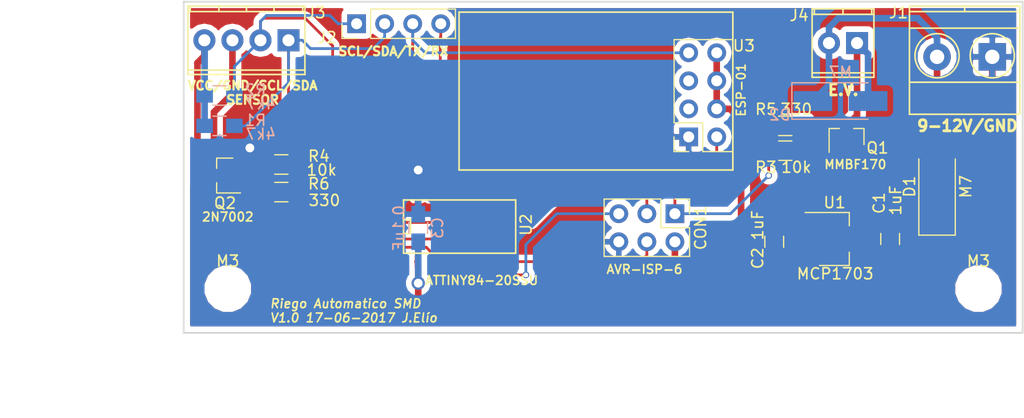
<source format=kicad_pcb>
(kicad_pcb (version 4) (host pcbnew 4.0.6-e0-6349~53~ubuntu16.04.1)

  (general
    (links 51)
    (no_connects 0)
    (area 36.72143 63.678571 145.202382 108.7)
    (thickness 1.6)
    (drawings 13)
    (tracks 189)
    (zones 0)
    (modules 23)
    (nets 16)
  )

  (page A4)
  (layers
    (0 F.Cu signal hide)
    (31 B.Cu signal hide)
    (32 B.Adhes user)
    (33 F.Adhes user)
    (34 B.Paste user)
    (35 F.Paste user)
    (36 B.SilkS user)
    (37 F.SilkS user)
    (38 B.Mask user)
    (39 F.Mask user)
    (40 Dwgs.User user)
    (41 Cmts.User user)
    (42 Eco1.User user)
    (43 Eco2.User user)
    (44 Edge.Cuts user)
    (45 Margin user)
    (46 B.CrtYd user)
    (47 F.CrtYd user)
    (48 B.Fab user)
    (49 F.Fab user)
  )

  (setup
    (last_trace_width 0.254)
    (trace_clearance 0.1524)
    (zone_clearance 0.508)
    (zone_45_only no)
    (trace_min 0.25)
    (segment_width 0.2)
    (edge_width 0.15)
    (via_size 0.6)
    (via_drill 0.4)
    (via_min_size 0.4)
    (via_min_drill 0.3)
    (uvia_size 0.3)
    (uvia_drill 0.1)
    (uvias_allowed no)
    (uvia_min_size 0)
    (uvia_min_drill 0)
    (pcb_text_width 0.3)
    (pcb_text_size 1.5 1.5)
    (mod_edge_width 0.15)
    (mod_text_size 1 1)
    (mod_text_width 0.15)
    (pad_size 1.524 1.524)
    (pad_drill 0.762)
    (pad_to_mask_clearance 0.2)
    (aux_axis_origin 0 0)
    (grid_origin 53 99)
    (visible_elements FFFFEF7F)
    (pcbplotparams
      (layerselection 0x010f0_80000001)
      (usegerberextensions false)
      (excludeedgelayer true)
      (linewidth 0.100000)
      (plotframeref false)
      (viasonmask false)
      (mode 1)
      (useauxorigin false)
      (hpglpennumber 1)
      (hpglpenspeed 20)
      (hpglpendiameter 15)
      (hpglpenoverlay 2)
      (psnegative false)
      (psa4output false)
      (plotreference true)
      (plotvalue true)
      (plotinvisibletext false)
      (padsonsilk false)
      (subtractmaskfromsilk false)
      (outputformat 1)
      (mirror false)
      (drillshape 0)
      (scaleselection 1)
      (outputdirectory Gerbers))
  )

  (net 0 "")
  (net 1 "Net-(C1-Pad1)")
  (net 2 GND)
  (net 3 VCC)
  (net 4 /EV_ON)
  (net 5 /SCL)
  (net 6 /SDA)
  (net 7 /RST)
  (net 8 +12V)
  (net 9 /RX)
  (net 10 /TX)
  (net 11 /SENSOR_CONN)
  (net 12 "Net-(Q1-Pad1)")
  (net 13 /EV_CONN)
  (net 14 "Net-(Q2-Pad1)")
  (net 15 /SENSOR_ON)

  (net_class Default "Esta es la clase de red por defecto."
    (clearance 0.1524)
    (trace_width 0.254)
    (via_dia 0.6)
    (via_drill 0.4)
    (uvia_dia 0.3)
    (uvia_drill 0.1)
  )

  (net_class Potencia ""
    (clearance 0.25)
    (trace_width 0.6)
    (via_dia 1.2)
    (via_drill 0.8)
    (uvia_dia 0.3)
    (uvia_drill 0.1)
    (add_net +12V)
    (add_net /EV_CONN)
    (add_net /SENSOR_CONN)
    (add_net GND)
    (add_net "Net-(C1-Pad1)")
    (add_net VCC)
  )

  (net_class Señal ""
    (clearance 0.15)
    (trace_width 0.25)
    (via_dia 0.6)
    (via_drill 0.4)
    (uvia_dia 0.3)
    (uvia_drill 0.1)
    (add_net /EV_ON)
    (add_net /RST)
    (add_net /RX)
    (add_net /SCL)
    (add_net /SDA)
    (add_net /SENSOR_ON)
    (add_net /TX)
    (add_net "Net-(Q1-Pad1)")
    (add_net "Net-(Q2-Pad1)")
  )

  (module ESP8266:ESP-01 (layer F.Cu) (tedit 59452E55) (tstamp 5942D733)
    (at 98.75 81.25 90)
    (descr "ESP8266 ESP-01")
    (path /5941CA3B)
    (fp_text reference U3 (at 8.25 5 360) (layer F.SilkS)
      (effects (font (size 1 1) (thickness 0.15)))
    )
    (fp_text value ESP-01 (at 4.25 4.75 90) (layer F.SilkS)
      (effects (font (size 0.8 0.8) (thickness 0.15)))
    )
    (fp_line (start -3 -20.8) (end -3 4) (layer F.SilkS) (width 0.15))
    (fp_line (start 11.3 -20.8) (end -3 -20.8) (layer F.SilkS) (width 0.15))
    (fp_line (start 11.3 4) (end 11.3 -20.8) (layer F.SilkS) (width 0.15))
    (fp_line (start -3 4) (end 11.3 4) (layer F.SilkS) (width 0.15))
    (fp_line (start -1.33 1.27) (end -1.3335 4) (layer F.SilkS) (width 0.12))
    (fp_line (start -1.3335 4.0005) (end 8.8138 4.0005) (layer F.SilkS) (width 0.12))
    (fp_line (start 8.8138 -1.3208) (end 8.8138 3.9878) (layer F.SilkS) (width 0.12))
    (fp_line (start 8.80111 -1.3208) (end 1.27 -1.3208) (layer F.SilkS) (width 0.12))
    (fp_line (start 1.27 -1.33) (end 1.27 1.27) (layer F.SilkS) (width 0.12))
    (fp_line (start 1.27 1.27) (end -1.33 1.27) (layer F.SilkS) (width 0.12))
    (fp_line (start -1.33 0) (end -1.33 -1.33) (layer F.SilkS) (width 0.12))
    (fp_line (start -1.33 -1.33) (end 0 -1.33) (layer F.SilkS) (width 0.12))
    (fp_text user %R (at 8.25 5 180) (layer F.Fab)
      (effects (font (size 1 1) (thickness 0.15)))
    )
    (pad 1 thru_hole rect (at 0 0 90) (size 1.7 1.7) (drill 1) (layers *.Cu *.Mask)
      (net 2 GND))
    (pad 2 thru_hole oval (at 2.54 0 90) (size 1.7 1.7) (drill 1) (layers *.Cu *.Mask))
    (pad 3 thru_hole oval (at 5.08 0 90) (size 1.7 1.7) (drill 1) (layers *.Cu *.Mask))
    (pad 4 thru_hole oval (at 7.62 0 90) (size 1.7 1.7) (drill 1) (layers *.Cu *.Mask)
      (net 9 /RX))
    (pad 5 thru_hole oval (at 0 2.54 90) (size 1.7 1.7) (drill 1) (layers *.Cu *.Mask)
      (net 10 /TX))
    (pad 6 thru_hole oval (at 2.54 2.54 90) (size 1.7 1.7) (drill 1) (layers *.Cu *.Mask)
      (net 3 VCC))
    (pad 7 thru_hole oval (at 5.08 2.54 90) (size 1.7 1.7) (drill 1) (layers *.Cu *.Mask)
      (net 3 VCC))
    (pad 8 thru_hole oval (at 7.62 2.54 90) (size 1.7 1.7) (drill 1) (layers *.Cu *.Mask)
      (net 3 VCC))
  )

  (module Terminal_Blocks:TerminalBlock_Pheonix_MPT-2.54mm_2pol (layer F.Cu) (tedit 0) (tstamp 59401E5F)
    (at 114 72.75 180)
    (descr "2-way 2.54mm pitch terminal block, Phoenix MPT series")
    (path /5923586F)
    (fp_text reference J4 (at 5.25 2.5 180) (layer F.SilkS)
      (effects (font (size 1 1) (thickness 0.15)))
    )
    (fp_text value Screw_Terminal_1x02 (at 1.27 4.50088 180) (layer F.Fab)
      (effects (font (size 1 1) (thickness 0.15)))
    )
    (fp_line (start -1.7 -3.3) (end 4.3 -3.3) (layer F.CrtYd) (width 0.05))
    (fp_line (start -1.7 3.3) (end -1.7 -3.3) (layer F.CrtYd) (width 0.05))
    (fp_line (start 4.3 3.3) (end -1.7 3.3) (layer F.CrtYd) (width 0.05))
    (fp_line (start 4.3 -3.3) (end 4.3 3.3) (layer F.CrtYd) (width 0.05))
    (fp_line (start 4.06908 2.60096) (end -1.52908 2.60096) (layer F.SilkS) (width 0.15))
    (fp_line (start -1.33096 3.0988) (end -1.33096 2.60096) (layer F.SilkS) (width 0.15))
    (fp_line (start 3.87096 2.60096) (end 3.87096 3.0988) (layer F.SilkS) (width 0.15))
    (fp_line (start 1.27 3.0988) (end 1.27 2.60096) (layer F.SilkS) (width 0.15))
    (fp_line (start -1.52908 -2.70002) (end 4.06908 -2.70002) (layer F.SilkS) (width 0.15))
    (fp_line (start -1.52908 3.0988) (end 4.06908 3.0988) (layer F.SilkS) (width 0.15))
    (fp_line (start 4.06908 3.0988) (end 4.06908 -3.0988) (layer F.SilkS) (width 0.15))
    (fp_line (start 4.06908 -3.0988) (end -1.52908 -3.0988) (layer F.SilkS) (width 0.15))
    (fp_line (start -1.52908 -3.0988) (end -1.52908 3.0988) (layer F.SilkS) (width 0.15))
    (pad 2 thru_hole oval (at 2.54 0 180) (size 1.99898 1.99898) (drill 1.09728) (layers *.Cu *.Mask)
      (net 8 +12V))
    (pad 1 thru_hole rect (at 0 0 180) (size 1.99898 1.99898) (drill 1.09728) (layers *.Cu *.Mask)
      (net 13 /EV_CONN))
    (model Terminal_Blocks.3dshapes/TerminalBlock_Pheonix_MPT-2.54mm_2pol.wrl
      (at (xyz 0.05 0 0))
      (scale (xyz 1 1 1))
      (rotate (xyz 0 0 0))
    )
  )

  (module Capacitors_SMD:C_0805_HandSoldering (layer F.Cu) (tedit 59452C07) (tstamp 59401A6D)
    (at 117 90.5 90)
    (descr "Capacitor SMD 0805, hand soldering")
    (tags "capacitor 0805")
    (path /59232D27)
    (attr smd)
    (fp_text reference C1 (at 3.25 -1 90) (layer F.SilkS)
      (effects (font (size 1 1) (thickness 0.15)))
    )
    (fp_text value 1uF (at 3.5 0.5 90) (layer F.SilkS)
      (effects (font (size 1 1) (thickness 0.15)))
    )
    (fp_text user %R (at 0 -1.75 90) (layer F.Fab) hide
      (effects (font (size 1 1) (thickness 0.15)))
    )
    (fp_line (start -1 0.62) (end -1 -0.62) (layer F.Fab) (width 0.1))
    (fp_line (start 1 0.62) (end -1 0.62) (layer F.Fab) (width 0.1))
    (fp_line (start 1 -0.62) (end 1 0.62) (layer F.Fab) (width 0.1))
    (fp_line (start -1 -0.62) (end 1 -0.62) (layer F.Fab) (width 0.1))
    (fp_line (start 0.5 -0.85) (end -0.5 -0.85) (layer F.SilkS) (width 0.12))
    (fp_line (start -0.5 0.85) (end 0.5 0.85) (layer F.SilkS) (width 0.12))
    (fp_line (start -2.25 -0.88) (end 2.25 -0.88) (layer F.CrtYd) (width 0.05))
    (fp_line (start -2.25 -0.88) (end -2.25 0.87) (layer F.CrtYd) (width 0.05))
    (fp_line (start 2.25 0.87) (end 2.25 -0.88) (layer F.CrtYd) (width 0.05))
    (fp_line (start 2.25 0.87) (end -2.25 0.87) (layer F.CrtYd) (width 0.05))
    (pad 1 smd rect (at -1.25 0 90) (size 1.5 1.25) (layers F.Cu F.Paste F.Mask)
      (net 1 "Net-(C1-Pad1)"))
    (pad 2 smd rect (at 1.25 0 90) (size 1.5 1.25) (layers F.Cu F.Paste F.Mask)
      (net 2 GND))
    (model Capacitors_SMD.3dshapes/C_0805.wrl
      (at (xyz 0 0 0))
      (scale (xyz 1 1 1))
      (rotate (xyz 0 0 0))
    )
  )

  (module Capacitors_SMD:C_0805_HandSoldering (layer F.Cu) (tedit 59452C11) (tstamp 59401A7E)
    (at 106.5 90.75 90)
    (descr "Capacitor SMD 0805, hand soldering")
    (tags "capacitor 0805")
    (path /59232AB9)
    (attr smd)
    (fp_text reference C2 (at -1.5 -1.5 90) (layer F.SilkS)
      (effects (font (size 1 1) (thickness 0.15)))
    )
    (fp_text value 1uF (at 1.5 -1.5 90) (layer F.SilkS)
      (effects (font (size 1 1) (thickness 0.15)))
    )
    (fp_text user %R (at -1.5 -1.5 90) (layer F.Fab)
      (effects (font (size 1 1) (thickness 0.15)))
    )
    (fp_line (start -1 0.62) (end -1 -0.62) (layer F.Fab) (width 0.1))
    (fp_line (start 1 0.62) (end -1 0.62) (layer F.Fab) (width 0.1))
    (fp_line (start 1 -0.62) (end 1 0.62) (layer F.Fab) (width 0.1))
    (fp_line (start -1 -0.62) (end 1 -0.62) (layer F.Fab) (width 0.1))
    (fp_line (start 0.5 -0.85) (end -0.5 -0.85) (layer F.SilkS) (width 0.12))
    (fp_line (start -0.5 0.85) (end 0.5 0.85) (layer F.SilkS) (width 0.12))
    (fp_line (start -2.25 -0.88) (end 2.25 -0.88) (layer F.CrtYd) (width 0.05))
    (fp_line (start -2.25 -0.88) (end -2.25 0.87) (layer F.CrtYd) (width 0.05))
    (fp_line (start 2.25 0.87) (end 2.25 -0.88) (layer F.CrtYd) (width 0.05))
    (fp_line (start 2.25 0.87) (end -2.25 0.87) (layer F.CrtYd) (width 0.05))
    (pad 1 smd rect (at -1.25 0 90) (size 1.5 1.25) (layers F.Cu F.Paste F.Mask)
      (net 3 VCC))
    (pad 2 smd rect (at 1.25 0 90) (size 1.5 1.25) (layers F.Cu F.Paste F.Mask)
      (net 2 GND))
    (model Capacitors_SMD.3dshapes/C_0805.wrl
      (at (xyz 0 0 0))
      (scale (xyz 1 1 1))
      (rotate (xyz 0 0 0))
    )
  )

  (module Capacitors_SMD:C_0805_HandSoldering (layer B.Cu) (tedit 59452D89) (tstamp 59401A8F)
    (at 74.25 89.5 90)
    (descr "Capacitor SMD 0805, hand soldering")
    (tags "capacitor 0805")
    (path /592354BA)
    (attr smd)
    (fp_text reference C3 (at 0 1.75 90) (layer B.SilkS)
      (effects (font (size 1 1) (thickness 0.15)) (justify mirror))
    )
    (fp_text value 0.1uF (at 0 -1.75 90) (layer B.SilkS)
      (effects (font (size 1 1) (thickness 0.15)) (justify mirror))
    )
    (fp_text user %R (at 0 1.75 90) (layer B.Fab)
      (effects (font (size 1 1) (thickness 0.15)) (justify mirror))
    )
    (fp_line (start -1 -0.62) (end -1 0.62) (layer B.Fab) (width 0.1))
    (fp_line (start 1 -0.62) (end -1 -0.62) (layer B.Fab) (width 0.1))
    (fp_line (start 1 0.62) (end 1 -0.62) (layer B.Fab) (width 0.1))
    (fp_line (start -1 0.62) (end 1 0.62) (layer B.Fab) (width 0.1))
    (fp_line (start 0.5 0.85) (end -0.5 0.85) (layer B.SilkS) (width 0.12))
    (fp_line (start -0.5 -0.85) (end 0.5 -0.85) (layer B.SilkS) (width 0.12))
    (fp_line (start -2.25 0.88) (end 2.25 0.88) (layer B.CrtYd) (width 0.05))
    (fp_line (start -2.25 0.88) (end -2.25 -0.87) (layer B.CrtYd) (width 0.05))
    (fp_line (start 2.25 -0.87) (end 2.25 0.88) (layer B.CrtYd) (width 0.05))
    (fp_line (start 2.25 -0.87) (end -2.25 -0.87) (layer B.CrtYd) (width 0.05))
    (pad 1 smd rect (at -1.25 0 90) (size 1.5 1.25) (layers B.Cu B.Paste B.Mask)
      (net 3 VCC))
    (pad 2 smd rect (at 1.25 0 90) (size 1.5 1.25) (layers B.Cu B.Paste B.Mask)
      (net 2 GND))
    (model Capacitors_SMD.3dshapes/C_0805.wrl
      (at (xyz 0 0 0))
      (scale (xyz 1 1 1))
      (rotate (xyz 0 0 0))
    )
  )

  (module Pin_Headers:Pin_Header_Straight_2x03_Pitch2.54mm (layer F.Cu) (tedit 59452E20) (tstamp 59401AAA)
    (at 97.5 88.21 270)
    (descr "Through hole straight pin header, 2x03, 2.54mm pitch, double rows")
    (tags "Through hole pin header THT 2x03 2.54mm double row")
    (path /59235EA3)
    (fp_text reference CON1 (at 1.27 -2.33 270) (layer F.SilkS)
      (effects (font (size 1 1) (thickness 0.15)))
    )
    (fp_text value AVR-ISP-6 (at 5.04 2.75 360) (layer F.SilkS)
      (effects (font (size 0.8 0.8) (thickness 0.15)))
    )
    (fp_line (start -1.27 -1.27) (end -1.27 6.35) (layer F.Fab) (width 0.1))
    (fp_line (start -1.27 6.35) (end 3.81 6.35) (layer F.Fab) (width 0.1))
    (fp_line (start 3.81 6.35) (end 3.81 -1.27) (layer F.Fab) (width 0.1))
    (fp_line (start 3.81 -1.27) (end -1.27 -1.27) (layer F.Fab) (width 0.1))
    (fp_line (start -1.33 1.27) (end -1.33 6.41) (layer F.SilkS) (width 0.12))
    (fp_line (start -1.33 6.41) (end 3.87 6.41) (layer F.SilkS) (width 0.12))
    (fp_line (start 3.87 6.41) (end 3.87 -1.33) (layer F.SilkS) (width 0.12))
    (fp_line (start 3.87 -1.33) (end 1.27 -1.33) (layer F.SilkS) (width 0.12))
    (fp_line (start 1.27 -1.33) (end 1.27 1.27) (layer F.SilkS) (width 0.12))
    (fp_line (start 1.27 1.27) (end -1.33 1.27) (layer F.SilkS) (width 0.12))
    (fp_line (start -1.33 0) (end -1.33 -1.33) (layer F.SilkS) (width 0.12))
    (fp_line (start -1.33 -1.33) (end 0 -1.33) (layer F.SilkS) (width 0.12))
    (fp_line (start -1.8 -1.8) (end -1.8 6.85) (layer F.CrtYd) (width 0.05))
    (fp_line (start -1.8 6.85) (end 4.35 6.85) (layer F.CrtYd) (width 0.05))
    (fp_line (start 4.35 6.85) (end 4.35 -1.8) (layer F.CrtYd) (width 0.05))
    (fp_line (start 4.35 -1.8) (end -1.8 -1.8) (layer F.CrtYd) (width 0.05))
    (fp_text user %R (at 1.27 -2.33 270) (layer F.Fab)
      (effects (font (size 1 1) (thickness 0.15)))
    )
    (pad 1 thru_hole rect (at 0 0 270) (size 1.7 1.7) (drill 1) (layers *.Cu *.Mask)
      (net 4 /EV_ON))
    (pad 2 thru_hole oval (at 2.54 0 270) (size 1.7 1.7) (drill 1) (layers *.Cu *.Mask)
      (net 3 VCC))
    (pad 3 thru_hole oval (at 0 2.54 270) (size 1.7 1.7) (drill 1) (layers *.Cu *.Mask)
      (net 5 /SCL))
    (pad 4 thru_hole oval (at 2.54 2.54 270) (size 1.7 1.7) (drill 1) (layers *.Cu *.Mask)
      (net 6 /SDA))
    (pad 5 thru_hole oval (at 0 5.08 270) (size 1.7 1.7) (drill 1) (layers *.Cu *.Mask)
      (net 7 /RST))
    (pad 6 thru_hole oval (at 2.54 5.08 270) (size 1.7 1.7) (drill 1) (layers *.Cu *.Mask)
      (net 2 GND))
    (model ${KISYS3DMOD}/Pin_Headers.3dshapes/Pin_Header_Straight_2x03_Pitch2.54mm.wrl
      (at (xyz 0.05 -0.1 0))
      (scale (xyz 1 1 1))
      (rotate (xyz 0 0 90))
    )
  )

  (module Pin_Headers:Pin_Header_Straight_1x04_Pitch2.54mm (layer F.Cu) (tedit 58CD4EC1) (tstamp 59401AD4)
    (at 68.67 71 90)
    (descr "Through hole straight pin header, 1x04, 2.54mm pitch, single row")
    (tags "Through hole pin header THT 1x04 2.54mm single row")
    (path /59236005)
    (fp_text reference J2 (at -1.25 -2.67 360) (layer F.SilkS)
      (effects (font (size 1 1) (thickness 0.15)))
    )
    (fp_text value CONN_01X04_MALE (at 0 9.95 90) (layer F.Fab)
      (effects (font (size 1 1) (thickness 0.15)))
    )
    (fp_line (start -1.27 -1.27) (end -1.27 8.89) (layer F.Fab) (width 0.1))
    (fp_line (start -1.27 8.89) (end 1.27 8.89) (layer F.Fab) (width 0.1))
    (fp_line (start 1.27 8.89) (end 1.27 -1.27) (layer F.Fab) (width 0.1))
    (fp_line (start 1.27 -1.27) (end -1.27 -1.27) (layer F.Fab) (width 0.1))
    (fp_line (start -1.33 1.27) (end -1.33 8.95) (layer F.SilkS) (width 0.12))
    (fp_line (start -1.33 8.95) (end 1.33 8.95) (layer F.SilkS) (width 0.12))
    (fp_line (start 1.33 8.95) (end 1.33 1.27) (layer F.SilkS) (width 0.12))
    (fp_line (start 1.33 1.27) (end -1.33 1.27) (layer F.SilkS) (width 0.12))
    (fp_line (start -1.33 0) (end -1.33 -1.33) (layer F.SilkS) (width 0.12))
    (fp_line (start -1.33 -1.33) (end 0 -1.33) (layer F.SilkS) (width 0.12))
    (fp_line (start -1.8 -1.8) (end -1.8 9.4) (layer F.CrtYd) (width 0.05))
    (fp_line (start -1.8 9.4) (end 1.8 9.4) (layer F.CrtYd) (width 0.05))
    (fp_line (start 1.8 9.4) (end 1.8 -1.8) (layer F.CrtYd) (width 0.05))
    (fp_line (start 1.8 -1.8) (end -1.8 -1.8) (layer F.CrtYd) (width 0.05))
    (fp_text user %R (at 2.75 -1.17 90) (layer F.Fab)
      (effects (font (size 1 1) (thickness 0.15)))
    )
    (pad 1 thru_hole rect (at 0 0 90) (size 1.7 1.7) (drill 1) (layers *.Cu *.Mask)
      (net 5 /SCL))
    (pad 2 thru_hole oval (at 0 2.54 90) (size 1.7 1.7) (drill 1) (layers *.Cu *.Mask)
      (net 6 /SDA))
    (pad 3 thru_hole oval (at 0 5.08 90) (size 1.7 1.7) (drill 1) (layers *.Cu *.Mask)
      (net 9 /RX))
    (pad 4 thru_hole oval (at 0 7.62 90) (size 1.7 1.7) (drill 1) (layers *.Cu *.Mask)
      (net 10 /TX))
    (model ${KISYS3DMOD}/Pin_Headers.3dshapes/Pin_Header_Straight_1x04_Pitch2.54mm.wrl
      (at (xyz 0 -0.15 0))
      (scale (xyz 1 1 1))
      (rotate (xyz 0 0 90))
    )
  )

  (module TO_SOT_Packages_SMD:SOT-23 (layer F.Cu) (tedit 59452DAC) (tstamp 59401B03)
    (at 113.05 81.25 90)
    (descr "SOT-23, Standard")
    (tags SOT-23)
    (path /5923371B)
    (attr smd)
    (fp_text reference Q1 (at -1 2.8 180) (layer F.SilkS)
      (effects (font (size 1 1) (thickness 0.15)))
    )
    (fp_text value MMBF170 (at -2.5 0.8 180) (layer F.SilkS)
      (effects (font (size 0.8 0.8) (thickness 0.15)))
    )
    (fp_text user %R (at 0 0 90) (layer F.Fab)
      (effects (font (size 0.5 0.5) (thickness 0.075)))
    )
    (fp_line (start -0.7 -0.95) (end -0.7 1.5) (layer F.Fab) (width 0.1))
    (fp_line (start -0.15 -1.52) (end 0.7 -1.52) (layer F.Fab) (width 0.1))
    (fp_line (start -0.7 -0.95) (end -0.15 -1.52) (layer F.Fab) (width 0.1))
    (fp_line (start 0.7 -1.52) (end 0.7 1.52) (layer F.Fab) (width 0.1))
    (fp_line (start -0.7 1.52) (end 0.7 1.52) (layer F.Fab) (width 0.1))
    (fp_line (start 0.76 1.58) (end 0.76 0.65) (layer F.SilkS) (width 0.12))
    (fp_line (start 0.76 -1.58) (end 0.76 -0.65) (layer F.SilkS) (width 0.12))
    (fp_line (start -1.7 -1.75) (end 1.7 -1.75) (layer F.CrtYd) (width 0.05))
    (fp_line (start 1.7 -1.75) (end 1.7 1.75) (layer F.CrtYd) (width 0.05))
    (fp_line (start 1.7 1.75) (end -1.7 1.75) (layer F.CrtYd) (width 0.05))
    (fp_line (start -1.7 1.75) (end -1.7 -1.75) (layer F.CrtYd) (width 0.05))
    (fp_line (start 0.76 -1.58) (end -1.4 -1.58) (layer F.SilkS) (width 0.12))
    (fp_line (start 0.76 1.58) (end -0.7 1.58) (layer F.SilkS) (width 0.12))
    (pad 1 smd rect (at -1 -0.95 90) (size 0.9 0.8) (layers F.Cu F.Paste F.Mask)
      (net 12 "Net-(Q1-Pad1)"))
    (pad 2 smd rect (at -1 0.95 90) (size 0.9 0.8) (layers F.Cu F.Paste F.Mask)
      (net 2 GND))
    (pad 3 smd rect (at 1 0 90) (size 0.9 0.8) (layers F.Cu F.Paste F.Mask)
      (net 13 /EV_CONN))
    (model ${KISYS3DMOD}/TO_SOT_Packages_SMD.3dshapes/SOT-23.wrl
      (at (xyz 0 0 0))
      (scale (xyz 1 1 1))
      (rotate (xyz 0 0 90))
    )
  )

  (module TO_SOT_Packages_SMD:SOT-23 (layer F.Cu) (tedit 59452BA5) (tstamp 59401B18)
    (at 56.75 84.75 180)
    (descr "SOT-23, Standard")
    (tags SOT-23)
    (path /592337CE)
    (attr smd)
    (fp_text reference Q2 (at 0 -2.5 180) (layer F.SilkS)
      (effects (font (size 1 1) (thickness 0.15)))
    )
    (fp_text value 2N7002 (at -0.25 -3.75 180) (layer F.SilkS)
      (effects (font (size 0.8 0.8) (thickness 0.15)))
    )
    (fp_text user %R (at -0.004762 0.535 180) (layer F.Fab)
      (effects (font (size 0.5 0.5) (thickness 0.075)))
    )
    (fp_line (start -0.7 -0.95) (end -0.7 1.5) (layer F.Fab) (width 0.1))
    (fp_line (start -0.15 -1.52) (end 0.7 -1.52) (layer F.Fab) (width 0.1))
    (fp_line (start -0.7 -0.95) (end -0.15 -1.52) (layer F.Fab) (width 0.1))
    (fp_line (start 0.7 -1.52) (end 0.7 1.52) (layer F.Fab) (width 0.1))
    (fp_line (start -0.7 1.52) (end 0.7 1.52) (layer F.Fab) (width 0.1))
    (fp_line (start 0.76 1.58) (end 0.76 0.65) (layer F.SilkS) (width 0.12))
    (fp_line (start 0.76 -1.58) (end 0.76 -0.65) (layer F.SilkS) (width 0.12))
    (fp_line (start -1.7 -1.75) (end 1.7 -1.75) (layer F.CrtYd) (width 0.05))
    (fp_line (start 1.7 -1.75) (end 1.7 1.75) (layer F.CrtYd) (width 0.05))
    (fp_line (start 1.7 1.75) (end -1.7 1.75) (layer F.CrtYd) (width 0.05))
    (fp_line (start -1.7 1.75) (end -1.7 -1.75) (layer F.CrtYd) (width 0.05))
    (fp_line (start 0.76 -1.58) (end -1.4 -1.58) (layer F.SilkS) (width 0.12))
    (fp_line (start 0.76 1.58) (end -0.7 1.58) (layer F.SilkS) (width 0.12))
    (pad 1 smd rect (at -1 -0.95 180) (size 0.9 0.8) (layers F.Cu F.Paste F.Mask)
      (net 14 "Net-(Q2-Pad1)"))
    (pad 2 smd rect (at -1 0.95 180) (size 0.9 0.8) (layers F.Cu F.Paste F.Mask)
      (net 2 GND))
    (pad 3 smd rect (at 1 0 180) (size 0.9 0.8) (layers F.Cu F.Paste F.Mask)
      (net 11 /SENSOR_CONN))
    (model ${KISYS3DMOD}/TO_SOT_Packages_SMD.3dshapes/SOT-23.wrl
      (at (xyz 0 0 0))
      (scale (xyz 1 1 1))
      (rotate (xyz 0 0 90))
    )
  )

  (module Resistors_SMD:R_0805_HandSoldering (layer B.Cu) (tedit 59452CDF) (tstamp 59401B29)
    (at 56.25 80.25 180)
    (descr "Resistor SMD 0805, hand soldering")
    (tags "resistor 0805")
    (path /59234451)
    (attr smd)
    (fp_text reference R1 (at -3.25 0.5 180) (layer B.SilkS)
      (effects (font (size 1 1) (thickness 0.15)) (justify mirror))
    )
    (fp_text value 4k7 (at -3.75 -0.75 180) (layer B.SilkS)
      (effects (font (size 1 1) (thickness 0.15)) (justify mirror))
    )
    (fp_text user %R (at 0 0 180) (layer B.Fab)
      (effects (font (size 0.5 0.5) (thickness 0.075)) (justify mirror))
    )
    (fp_line (start -1 -0.62) (end -1 0.62) (layer B.Fab) (width 0.1))
    (fp_line (start 1 -0.62) (end -1 -0.62) (layer B.Fab) (width 0.1))
    (fp_line (start 1 0.62) (end 1 -0.62) (layer B.Fab) (width 0.1))
    (fp_line (start -1 0.62) (end 1 0.62) (layer B.Fab) (width 0.1))
    (fp_line (start 0.6 -0.88) (end -0.6 -0.88) (layer B.SilkS) (width 0.12))
    (fp_line (start -0.6 0.88) (end 0.6 0.88) (layer B.SilkS) (width 0.12))
    (fp_line (start -2.35 0.9) (end 2.35 0.9) (layer B.CrtYd) (width 0.05))
    (fp_line (start -2.35 0.9) (end -2.35 -0.9) (layer B.CrtYd) (width 0.05))
    (fp_line (start 2.35 -0.9) (end 2.35 0.9) (layer B.CrtYd) (width 0.05))
    (fp_line (start 2.35 -0.9) (end -2.35 -0.9) (layer B.CrtYd) (width 0.05))
    (pad 1 smd rect (at -1.35 0 180) (size 1.5 1.3) (layers B.Cu B.Paste B.Mask)
      (net 6 /SDA))
    (pad 2 smd rect (at 1.35 0 180) (size 1.5 1.3) (layers B.Cu B.Paste B.Mask)
      (net 3 VCC))
    (model ${KISYS3DMOD}/Resistors_SMD.3dshapes/R_0805.wrl
      (at (xyz 0 0 0))
      (scale (xyz 1 1 1))
      (rotate (xyz 0 0 0))
    )
  )

  (module Resistors_SMD:R_0805_HandSoldering (layer B.Cu) (tedit 59452CE9) (tstamp 59401B3A)
    (at 56.25 77.5 180)
    (descr "Resistor SMD 0805, hand soldering")
    (tags "resistor 0805")
    (path /592346DD)
    (attr smd)
    (fp_text reference R2 (at -3.25 0.5 180) (layer B.SilkS)
      (effects (font (size 1 1) (thickness 0.15)) (justify mirror))
    )
    (fp_text value 4k7 (at -3.75 -0.75 180) (layer B.SilkS)
      (effects (font (size 1 1) (thickness 0.15)) (justify mirror))
    )
    (fp_text user %R (at 0 0 180) (layer B.Fab)
      (effects (font (size 0.5 0.5) (thickness 0.075)) (justify mirror))
    )
    (fp_line (start -1 -0.62) (end -1 0.62) (layer B.Fab) (width 0.1))
    (fp_line (start 1 -0.62) (end -1 -0.62) (layer B.Fab) (width 0.1))
    (fp_line (start 1 0.62) (end 1 -0.62) (layer B.Fab) (width 0.1))
    (fp_line (start -1 0.62) (end 1 0.62) (layer B.Fab) (width 0.1))
    (fp_line (start 0.6 -0.88) (end -0.6 -0.88) (layer B.SilkS) (width 0.12))
    (fp_line (start -0.6 0.88) (end 0.6 0.88) (layer B.SilkS) (width 0.12))
    (fp_line (start -2.35 0.9) (end 2.35 0.9) (layer B.CrtYd) (width 0.05))
    (fp_line (start -2.35 0.9) (end -2.35 -0.9) (layer B.CrtYd) (width 0.05))
    (fp_line (start 2.35 -0.9) (end 2.35 0.9) (layer B.CrtYd) (width 0.05))
    (fp_line (start 2.35 -0.9) (end -2.35 -0.9) (layer B.CrtYd) (width 0.05))
    (pad 1 smd rect (at -1.35 0 180) (size 1.5 1.3) (layers B.Cu B.Paste B.Mask)
      (net 5 /SCL))
    (pad 2 smd rect (at 1.35 0 180) (size 1.5 1.3) (layers B.Cu B.Paste B.Mask)
      (net 3 VCC))
    (model ${KISYS3DMOD}/Resistors_SMD.3dshapes/R_0805.wrl
      (at (xyz 0 0 0))
      (scale (xyz 1 1 1))
      (rotate (xyz 0 0 0))
    )
  )

  (module Resistors_SMD:R_0805_HandSoldering (layer F.Cu) (tedit 59452BFE) (tstamp 59401B4B)
    (at 107.5 82.5 180)
    (descr "Resistor SMD 0805, hand soldering")
    (tags "resistor 0805")
    (path /59233B7D)
    (attr smd)
    (fp_text reference R3 (at 1.75 -1.5 180) (layer F.SilkS)
      (effects (font (size 1 1) (thickness 0.15)))
    )
    (fp_text value 10k (at -1 -1.5 180) (layer F.SilkS)
      (effects (font (size 1 1) (thickness 0.15)))
    )
    (fp_text user %R (at -1.5 0 180) (layer F.Fab)
      (effects (font (size 0.5 0.5) (thickness 0.075)))
    )
    (fp_line (start -1 0.62) (end -1 -0.62) (layer F.Fab) (width 0.1))
    (fp_line (start 1 0.62) (end -1 0.62) (layer F.Fab) (width 0.1))
    (fp_line (start 1 -0.62) (end 1 0.62) (layer F.Fab) (width 0.1))
    (fp_line (start -1 -0.62) (end 1 -0.62) (layer F.Fab) (width 0.1))
    (fp_line (start 0.6 0.88) (end -0.6 0.88) (layer F.SilkS) (width 0.12))
    (fp_line (start -0.6 -0.88) (end 0.6 -0.88) (layer F.SilkS) (width 0.12))
    (fp_line (start -2.35 -0.9) (end 2.35 -0.9) (layer F.CrtYd) (width 0.05))
    (fp_line (start -2.35 -0.9) (end -2.35 0.9) (layer F.CrtYd) (width 0.05))
    (fp_line (start 2.35 0.9) (end 2.35 -0.9) (layer F.CrtYd) (width 0.05))
    (fp_line (start 2.35 0.9) (end -2.35 0.9) (layer F.CrtYd) (width 0.05))
    (pad 1 smd rect (at -1.35 0 180) (size 1.5 1.3) (layers F.Cu F.Paste F.Mask)
      (net 2 GND))
    (pad 2 smd rect (at 1.35 0 180) (size 1.5 1.3) (layers F.Cu F.Paste F.Mask)
      (net 4 /EV_ON))
    (model ${KISYS3DMOD}/Resistors_SMD.3dshapes/R_0805.wrl
      (at (xyz 0 0 0))
      (scale (xyz 1 1 1))
      (rotate (xyz 0 0 0))
    )
  )

  (module Resistors_SMD:R_0805_HandSoldering (layer F.Cu) (tedit 59452B73) (tstamp 59401B5C)
    (at 61.85 83.75)
    (descr "Resistor SMD 0805, hand soldering")
    (tags "resistor 0805")
    (path /59233D92)
    (attr smd)
    (fp_text reference R4 (at 3.4 -0.75) (layer F.SilkS)
      (effects (font (size 1 1) (thickness 0.15)))
    )
    (fp_text value 10k (at 3.65 0.5) (layer F.SilkS)
      (effects (font (size 1 1) (thickness 0.15)))
    )
    (fp_text user %R (at 0 0) (layer F.Fab)
      (effects (font (size 0.5 0.5) (thickness 0.075)))
    )
    (fp_line (start -1 0.62) (end -1 -0.62) (layer F.Fab) (width 0.1))
    (fp_line (start 1 0.62) (end -1 0.62) (layer F.Fab) (width 0.1))
    (fp_line (start 1 -0.62) (end 1 0.62) (layer F.Fab) (width 0.1))
    (fp_line (start -1 -0.62) (end 1 -0.62) (layer F.Fab) (width 0.1))
    (fp_line (start 0.6 0.88) (end -0.6 0.88) (layer F.SilkS) (width 0.12))
    (fp_line (start -0.6 -0.88) (end 0.6 -0.88) (layer F.SilkS) (width 0.12))
    (fp_line (start -2.35 -0.9) (end 2.35 -0.9) (layer F.CrtYd) (width 0.05))
    (fp_line (start -2.35 -0.9) (end -2.35 0.9) (layer F.CrtYd) (width 0.05))
    (fp_line (start 2.35 0.9) (end 2.35 -0.9) (layer F.CrtYd) (width 0.05))
    (fp_line (start 2.35 0.9) (end -2.35 0.9) (layer F.CrtYd) (width 0.05))
    (pad 1 smd rect (at -1.35 0) (size 1.5 1.3) (layers F.Cu F.Paste F.Mask)
      (net 2 GND))
    (pad 2 smd rect (at 1.35 0) (size 1.5 1.3) (layers F.Cu F.Paste F.Mask)
      (net 15 /SENSOR_ON))
    (model ${KISYS3DMOD}/Resistors_SMD.3dshapes/R_0805.wrl
      (at (xyz 0 0 0))
      (scale (xyz 1 1 1))
      (rotate (xyz 0 0 0))
    )
  )

  (module Resistors_SMD:R_0805_HandSoldering (layer F.Cu) (tedit 5941766D) (tstamp 59401B6D)
    (at 107.5 80.25 180)
    (descr "Resistor SMD 0805, hand soldering")
    (tags "resistor 0805")
    (path /59233AB1)
    (attr smd)
    (fp_text reference R5 (at 1.75 1.5 180) (layer F.SilkS)
      (effects (font (size 1 1) (thickness 0.15)))
    )
    (fp_text value 330 (at -1 1.5 180) (layer F.SilkS)
      (effects (font (size 1 1) (thickness 0.15)))
    )
    (fp_text user %R (at 0 0 180) (layer F.Fab)
      (effects (font (size 0.5 0.5) (thickness 0.075)))
    )
    (fp_line (start -1 0.62) (end -1 -0.62) (layer F.Fab) (width 0.1))
    (fp_line (start 1 0.62) (end -1 0.62) (layer F.Fab) (width 0.1))
    (fp_line (start 1 -0.62) (end 1 0.62) (layer F.Fab) (width 0.1))
    (fp_line (start -1 -0.62) (end 1 -0.62) (layer F.Fab) (width 0.1))
    (fp_line (start 0.6 0.88) (end -0.6 0.88) (layer F.SilkS) (width 0.12))
    (fp_line (start -0.6 -0.88) (end 0.6 -0.88) (layer F.SilkS) (width 0.12))
    (fp_line (start -2.35 -0.9) (end 2.35 -0.9) (layer F.CrtYd) (width 0.05))
    (fp_line (start -2.35 -0.9) (end -2.35 0.9) (layer F.CrtYd) (width 0.05))
    (fp_line (start 2.35 0.9) (end 2.35 -0.9) (layer F.CrtYd) (width 0.05))
    (fp_line (start 2.35 0.9) (end -2.35 0.9) (layer F.CrtYd) (width 0.05))
    (pad 1 smd rect (at -1.35 0 180) (size 1.5 1.3) (layers F.Cu F.Paste F.Mask)
      (net 12 "Net-(Q1-Pad1)"))
    (pad 2 smd rect (at 1.35 0 180) (size 1.5 1.3) (layers F.Cu F.Paste F.Mask)
      (net 4 /EV_ON))
    (model ${KISYS3DMOD}/Resistors_SMD.3dshapes/R_0805.wrl
      (at (xyz 0 0 0))
      (scale (xyz 1 1 1))
      (rotate (xyz 0 0 0))
    )
  )

  (module Resistors_SMD:R_0805_HandSoldering (layer F.Cu) (tedit 59452B7D) (tstamp 59401B7E)
    (at 61.85 86.25)
    (descr "Resistor SMD 0805, hand soldering")
    (tags "resistor 0805")
    (path /59233D08)
    (attr smd)
    (fp_text reference R6 (at 3.4 -0.75) (layer F.SilkS)
      (effects (font (size 1 1) (thickness 0.15)))
    )
    (fp_text value 330 (at 3.9 0.75) (layer F.SilkS)
      (effects (font (size 1 1) (thickness 0.15)))
    )
    (fp_text user %R (at 0 0) (layer F.Fab)
      (effects (font (size 0.5 0.5) (thickness 0.075)))
    )
    (fp_line (start -1 0.62) (end -1 -0.62) (layer F.Fab) (width 0.1))
    (fp_line (start 1 0.62) (end -1 0.62) (layer F.Fab) (width 0.1))
    (fp_line (start 1 -0.62) (end 1 0.62) (layer F.Fab) (width 0.1))
    (fp_line (start -1 -0.62) (end 1 -0.62) (layer F.Fab) (width 0.1))
    (fp_line (start 0.6 0.88) (end -0.6 0.88) (layer F.SilkS) (width 0.12))
    (fp_line (start -0.6 -0.88) (end 0.6 -0.88) (layer F.SilkS) (width 0.12))
    (fp_line (start -2.35 -0.9) (end 2.35 -0.9) (layer F.CrtYd) (width 0.05))
    (fp_line (start -2.35 -0.9) (end -2.35 0.9) (layer F.CrtYd) (width 0.05))
    (fp_line (start 2.35 0.9) (end 2.35 -0.9) (layer F.CrtYd) (width 0.05))
    (fp_line (start 2.35 0.9) (end -2.35 0.9) (layer F.CrtYd) (width 0.05))
    (pad 1 smd rect (at -1.35 0) (size 1.5 1.3) (layers F.Cu F.Paste F.Mask)
      (net 14 "Net-(Q2-Pad1)"))
    (pad 2 smd rect (at 1.35 0) (size 1.5 1.3) (layers F.Cu F.Paste F.Mask)
      (net 15 /SENSOR_ON))
    (model ${KISYS3DMOD}/Resistors_SMD.3dshapes/R_0805.wrl
      (at (xyz 0 0 0))
      (scale (xyz 1 1 1))
      (rotate (xyz 0 0 0))
    )
  )

  (module TO_SOT_Packages_SMD:SOT-89-3_Handsoldering (layer F.Cu) (tedit 59452E0B) (tstamp 59401B95)
    (at 111.52 90.5)
    (descr "SOT-89-3 Handsoldering")
    (tags "SOT-89-3 Handsoldering")
    (path /59232720)
    (attr smd)
    (fp_text reference U1 (at 0.45 -3.3) (layer F.SilkS)
      (effects (font (size 1 1) (thickness 0.15)))
    )
    (fp_text value MCP1703 (at 0.5 3.15) (layer F.SilkS)
      (effects (font (size 1 1) (thickness 0.15)))
    )
    (fp_text user %R (at 0.38 0) (layer F.Fab)
      (effects (font (size 0.6 0.6) (thickness 0.09)))
    )
    (fp_line (start -3.5 2.55) (end 4.25 2.55) (layer F.CrtYd) (width 0.05))
    (fp_line (start 4.25 2.55) (end 4.25 -2.55) (layer F.CrtYd) (width 0.05))
    (fp_line (start 4.25 -2.55) (end -3.5 -2.55) (layer F.CrtYd) (width 0.05))
    (fp_line (start -3.5 -2.55) (end -3.5 2.55) (layer F.CrtYd) (width 0.05))
    (fp_line (start 1.78 1.2) (end 1.78 2.4) (layer F.SilkS) (width 0.12))
    (fp_line (start 1.78 2.4) (end -0.92 2.4) (layer F.SilkS) (width 0.12))
    (fp_line (start -2.22 -2.4) (end 1.78 -2.4) (layer F.SilkS) (width 0.12))
    (fp_line (start 1.78 -2.4) (end 1.78 -1.2) (layer F.SilkS) (width 0.12))
    (fp_line (start -0.92 -1.51) (end -0.13 -2.3) (layer F.Fab) (width 0.1))
    (fp_line (start 1.68 -2.3) (end 1.68 2.3) (layer F.Fab) (width 0.1))
    (fp_line (start 1.68 2.3) (end -0.92 2.3) (layer F.Fab) (width 0.1))
    (fp_line (start -0.92 2.3) (end -0.92 -1.51) (layer F.Fab) (width 0.1))
    (fp_line (start -0.13 -2.3) (end 1.68 -2.3) (layer F.Fab) (width 0.1))
    (pad 1 smd rect (at -1.98 -1.5 270) (size 1 2.5) (layers F.Cu F.Paste F.Mask)
      (net 2 GND))
    (pad 2 smd rect (at -1.98 0 270) (size 1 2.5) (layers F.Cu F.Paste F.Mask)
      (net 1 "Net-(C1-Pad1)"))
    (pad 3 smd rect (at -1.98 1.5 270) (size 1 2.5) (layers F.Cu F.Paste F.Mask)
      (net 3 VCC))
    (pad 2 smd rect (at 1.98 0 270) (size 2 4) (layers F.Cu F.Paste F.Mask)
      (net 1 "Net-(C1-Pad1)"))
    (pad 2 smd trapezoid (at -0.37 0 90) (size 1.5 0.75) (rect_delta 0 0.5 ) (layers F.Cu F.Paste F.Mask)
      (net 1 "Net-(C1-Pad1)"))
    (model TO_SOT_Packages_SMD.3dshapes/SOT89-3_Housing_Handsoldering.wrl
      (at (xyz 0.02 0 0))
      (scale (xyz 0.4 0.4 0.4))
      (rotate (xyz 0 0 90))
    )
  )

  (module Diodes_SMD:D_SMA_Handsoldering (layer F.Cu) (tedit 59452CBF) (tstamp 59401E46)
    (at 121.25 85.75 90)
    (descr "Diode SMA Handsoldering")
    (tags "Diode SMA Handsoldering")
    (path /5923383D)
    (attr smd)
    (fp_text reference D1 (at 0 -2.5 90) (layer F.SilkS)
      (effects (font (size 1 1) (thickness 0.15)))
    )
    (fp_text value M7 (at 0 2.6 90) (layer F.SilkS)
      (effects (font (size 1 1) (thickness 0.15)))
    )
    (fp_text user %R (at 0 -2.5 90) (layer F.Fab)
      (effects (font (size 1 1) (thickness 0.15)))
    )
    (fp_line (start -4.4 -1.65) (end -4.4 1.65) (layer F.SilkS) (width 0.12))
    (fp_line (start 2.3 1.5) (end -2.3 1.5) (layer F.Fab) (width 0.1))
    (fp_line (start -2.3 1.5) (end -2.3 -1.5) (layer F.Fab) (width 0.1))
    (fp_line (start 2.3 -1.5) (end 2.3 1.5) (layer F.Fab) (width 0.1))
    (fp_line (start 2.3 -1.5) (end -2.3 -1.5) (layer F.Fab) (width 0.1))
    (fp_line (start -4.5 -1.75) (end 4.5 -1.75) (layer F.CrtYd) (width 0.05))
    (fp_line (start 4.5 -1.75) (end 4.5 1.75) (layer F.CrtYd) (width 0.05))
    (fp_line (start 4.5 1.75) (end -4.5 1.75) (layer F.CrtYd) (width 0.05))
    (fp_line (start -4.5 1.75) (end -4.5 -1.75) (layer F.CrtYd) (width 0.05))
    (fp_line (start -0.64944 0.00102) (end -1.55114 0.00102) (layer F.Fab) (width 0.1))
    (fp_line (start 0.50118 0.00102) (end 1.4994 0.00102) (layer F.Fab) (width 0.1))
    (fp_line (start -0.64944 -0.79908) (end -0.64944 0.80112) (layer F.Fab) (width 0.1))
    (fp_line (start 0.50118 0.75032) (end 0.50118 -0.79908) (layer F.Fab) (width 0.1))
    (fp_line (start -0.64944 0.00102) (end 0.50118 0.75032) (layer F.Fab) (width 0.1))
    (fp_line (start -0.64944 0.00102) (end 0.50118 -0.79908) (layer F.Fab) (width 0.1))
    (fp_line (start -4.4 1.65) (end 2.5 1.65) (layer F.SilkS) (width 0.12))
    (fp_line (start -4.4 -1.65) (end 2.5 -1.65) (layer F.SilkS) (width 0.12))
    (pad 1 smd rect (at -2.5 0 90) (size 3.5 1.8) (layers F.Cu F.Paste F.Mask)
      (net 1 "Net-(C1-Pad1)"))
    (pad 2 smd rect (at 2.5 0 90) (size 3.5 1.8) (layers F.Cu F.Paste F.Mask)
      (net 8 +12V))
    (model Diodes_SMD.3dshapes/D_SMA_Standard.wrl
      (at (xyz 0 0 0))
      (scale (xyz 0.4 0.4 0.4))
      (rotate (xyz 0 0 180))
    )
  )

  (module Diodes_SMD:D_SMA_Handsoldering (layer B.Cu) (tedit 59452D5C) (tstamp 59401E4C)
    (at 112.5 78)
    (descr "Diode SMA Handsoldering")
    (tags "Diode SMA Handsoldering")
    (path /59234B6A)
    (attr smd)
    (fp_text reference D2 (at -5.5 1.25) (layer B.SilkS)
      (effects (font (size 1 1) (thickness 0.15)) (justify mirror))
    )
    (fp_text value M7 (at 0 -2.6) (layer B.SilkS)
      (effects (font (size 1 1) (thickness 0.15)) (justify mirror))
    )
    (fp_text user %R (at 0 2.5) (layer B.Fab)
      (effects (font (size 1 1) (thickness 0.15)) (justify mirror))
    )
    (fp_line (start -4.4 1.65) (end -4.4 -1.65) (layer B.SilkS) (width 0.12))
    (fp_line (start 2.3 -1.5) (end -2.3 -1.5) (layer B.Fab) (width 0.1))
    (fp_line (start -2.3 -1.5) (end -2.3 1.5) (layer B.Fab) (width 0.1))
    (fp_line (start 2.3 1.5) (end 2.3 -1.5) (layer B.Fab) (width 0.1))
    (fp_line (start 2.3 1.5) (end -2.3 1.5) (layer B.Fab) (width 0.1))
    (fp_line (start -4.5 1.75) (end 4.5 1.75) (layer B.CrtYd) (width 0.05))
    (fp_line (start 4.5 1.75) (end 4.5 -1.75) (layer B.CrtYd) (width 0.05))
    (fp_line (start 4.5 -1.75) (end -4.5 -1.75) (layer B.CrtYd) (width 0.05))
    (fp_line (start -4.5 -1.75) (end -4.5 1.75) (layer B.CrtYd) (width 0.05))
    (fp_line (start -0.64944 -0.00102) (end -1.55114 -0.00102) (layer B.Fab) (width 0.1))
    (fp_line (start 0.50118 -0.00102) (end 1.4994 -0.00102) (layer B.Fab) (width 0.1))
    (fp_line (start -0.64944 0.79908) (end -0.64944 -0.80112) (layer B.Fab) (width 0.1))
    (fp_line (start 0.50118 -0.75032) (end 0.50118 0.79908) (layer B.Fab) (width 0.1))
    (fp_line (start -0.64944 -0.00102) (end 0.50118 -0.75032) (layer B.Fab) (width 0.1))
    (fp_line (start -0.64944 -0.00102) (end 0.50118 0.79908) (layer B.Fab) (width 0.1))
    (fp_line (start -4.4 -1.65) (end 2.5 -1.65) (layer B.SilkS) (width 0.12))
    (fp_line (start -4.4 1.65) (end 2.5 1.65) (layer B.SilkS) (width 0.12))
    (pad 1 smd rect (at -2.5 0) (size 3.5 1.8) (layers B.Cu B.Paste B.Mask)
      (net 8 +12V))
    (pad 2 smd rect (at 2.5 0) (size 3.5 1.8) (layers B.Cu B.Paste B.Mask)
      (net 13 /EV_CONN))
    (model Diodes_SMD.3dshapes/D_SMA_Standard.wrl
      (at (xyz 0 0 0))
      (scale (xyz 0.4 0.4 0.4))
      (rotate (xyz 0 0 180))
    )
  )

  (module Terminal_Blocks:TerminalBlock_Pheonix_MKDS1.5-2pol (layer F.Cu) (tedit 563007E4) (tstamp 59402000)
    (at 126.25 74 180)
    (descr "2-way 5mm pitch terminal block, Phoenix MKDS series")
    (path /592356D4)
    (fp_text reference J1 (at 8.5 4 180) (layer F.SilkS)
      (effects (font (size 1 1) (thickness 0.15)))
    )
    (fp_text value Screw_Terminal_1x02 (at -10.75 3.75 180) (layer F.Fab)
      (effects (font (size 1 1) (thickness 0.15)))
    )
    (fp_line (start -2.7 -5.4) (end 7.7 -5.4) (layer F.CrtYd) (width 0.05))
    (fp_line (start -2.7 4.8) (end -2.7 -5.4) (layer F.CrtYd) (width 0.05))
    (fp_line (start 7.7 4.8) (end -2.7 4.8) (layer F.CrtYd) (width 0.05))
    (fp_line (start 7.7 -5.4) (end 7.7 4.8) (layer F.CrtYd) (width 0.05))
    (fp_line (start 2.5 4.1) (end 2.5 4.6) (layer F.SilkS) (width 0.15))
    (fp_circle (center 5 0.1) (end 3 0.1) (layer F.SilkS) (width 0.15))
    (fp_circle (center 0 0.1) (end 2 0.1) (layer F.SilkS) (width 0.15))
    (fp_line (start -2.5 2.6) (end 7.5 2.6) (layer F.SilkS) (width 0.15))
    (fp_line (start -2.5 -2.3) (end 7.5 -2.3) (layer F.SilkS) (width 0.15))
    (fp_line (start -2.5 4.1) (end 7.5 4.1) (layer F.SilkS) (width 0.15))
    (fp_line (start -2.5 4.6) (end 7.5 4.6) (layer F.SilkS) (width 0.15))
    (fp_line (start 7.5 4.6) (end 7.5 -5.2) (layer F.SilkS) (width 0.15))
    (fp_line (start 7.5 -5.2) (end -2.5 -5.2) (layer F.SilkS) (width 0.15))
    (fp_line (start -2.5 -5.2) (end -2.5 4.6) (layer F.SilkS) (width 0.15))
    (pad 1 thru_hole rect (at 0 0 180) (size 2.5 2.5) (drill 1.3) (layers *.Cu *.Mask)
      (net 2 GND))
    (pad 2 thru_hole circle (at 5 0 180) (size 2.5 2.5) (drill 1.3) (layers *.Cu *.Mask)
      (net 8 +12V))
    (model Terminal_Blocks.3dshapes/TerminalBlock_Pheonix_MKDS1.5-2pol.wrl
      (at (xyz 0.0984 0 0))
      (scale (xyz 1 1 1))
      (rotate (xyz 0 0 0))
    )
  )

  (module Terminal_Blocks:TerminalBlock_Pheonix_MPT-2.54mm_4pol (layer F.Cu) (tedit 0) (tstamp 59402013)
    (at 62.5 72.5 180)
    (descr "4-way 2.54mm pitch terminal block, Phoenix MPT series")
    (path /59235CB6)
    (fp_text reference J3 (at -2.5 2.5 180) (layer F.SilkS)
      (effects (font (size 1 1) (thickness 0.15)))
    )
    (fp_text value Screw_Terminal_1x04 (at 3.81 4.50088 180) (layer F.Fab)
      (effects (font (size 1 1) (thickness 0.15)))
    )
    (fp_line (start -1.778 -3.302) (end 9.398 -3.302) (layer F.CrtYd) (width 0.05))
    (fp_line (start -1.778 3.302) (end -1.778 -3.302) (layer F.CrtYd) (width 0.05))
    (fp_line (start 9.398 3.302) (end -1.778 3.302) (layer F.CrtYd) (width 0.05))
    (fp_line (start 9.398 -3.302) (end 9.398 3.302) (layer F.CrtYd) (width 0.05))
    (fp_line (start 9.11098 -3.0988) (end -1.49098 -3.0988) (layer F.SilkS) (width 0.15))
    (fp_line (start -1.49098 -2.70002) (end 9.11098 -2.70002) (layer F.SilkS) (width 0.15))
    (fp_line (start -1.49098 2.60096) (end 9.11098 2.60096) (layer F.SilkS) (width 0.15))
    (fp_line (start 9.11098 3.0988) (end -1.49098 3.0988) (layer F.SilkS) (width 0.15))
    (fp_line (start 6.30682 2.60096) (end 6.30682 3.0988) (layer F.SilkS) (width 0.15))
    (fp_line (start 3.81 2.60096) (end 3.81 3.0988) (layer F.SilkS) (width 0.15))
    (fp_line (start -1.28778 3.0988) (end -1.28778 2.60096) (layer F.SilkS) (width 0.15))
    (fp_line (start 8.91032 2.60096) (end 8.91032 3.0988) (layer F.SilkS) (width 0.15))
    (fp_line (start 1.31318 3.0988) (end 1.31318 2.60096) (layer F.SilkS) (width 0.15))
    (fp_line (start 9.10844 3.0988) (end 9.10844 -3.0988) (layer F.SilkS) (width 0.15))
    (fp_line (start -1.4859 -3.0988) (end -1.4859 3.0988) (layer F.SilkS) (width 0.15))
    (pad 4 thru_hole oval (at 7.62 0) (size 1.99898 1.99898) (drill 1.09728) (layers *.Cu *.Mask)
      (net 3 VCC))
    (pad 1 thru_hole rect (at 0 0) (size 1.99898 1.99898) (drill 1.09728) (layers *.Cu *.Mask)
      (net 6 /SDA))
    (pad 2 thru_hole oval (at 2.54 0) (size 1.99898 1.99898) (drill 1.09728) (layers *.Cu *.Mask)
      (net 5 /SCL))
    (pad 3 thru_hole oval (at 5.08 0) (size 1.99898 1.99898) (drill 1.09728) (layers *.Cu *.Mask)
      (net 11 /SENSOR_CONN))
    (model Terminal_Blocks.3dshapes/TerminalBlock_Pheonix_MPT-2.54mm_4pol.wrl
      (at (xyz 0.15 0 0))
      (scale (xyz 1 1 1))
      (rotate (xyz 0 0 0))
    )
  )

  (module SMD_Packages:SOIC-14_N (layer F.Cu) (tedit 59452E88) (tstamp 59402029)
    (at 78 89.25)
    (descr "Module CMS SOJ 14 pins Large")
    (tags "CMS SOJ")
    (path /593EF112)
    (attr smd)
    (fp_text reference U2 (at 6.02 -0.048 90) (layer F.SilkS)
      (effects (font (size 1 1) (thickness 0.15)))
    )
    (fp_text value ATTINY84-20SSU (at 2 5) (layer F.SilkS)
      (effects (font (size 0.8 0.8) (thickness 0.15)))
    )
    (fp_line (start 5.08 -2.286) (end 5.08 2.54) (layer F.SilkS) (width 0.15))
    (fp_line (start 5.08 2.54) (end -5.08 2.54) (layer F.SilkS) (width 0.15))
    (fp_line (start -5.08 2.54) (end -5.08 -2.286) (layer F.SilkS) (width 0.15))
    (fp_line (start -5.08 -2.286) (end 5.08 -2.286) (layer F.SilkS) (width 0.15))
    (fp_line (start -5.08 -0.508) (end -4.445 -0.508) (layer F.SilkS) (width 0.15))
    (fp_line (start -4.445 -0.508) (end -4.445 0.762) (layer F.SilkS) (width 0.15))
    (fp_line (start -4.445 0.762) (end -5.08 0.762) (layer F.SilkS) (width 0.15))
    (pad 1 smd rect (at -3.81 3.302) (size 0.508 1.143) (layers F.Cu F.Paste F.Mask)
      (net 3 VCC))
    (pad 2 smd rect (at -2.54 3.302) (size 0.508 1.143) (layers F.Cu F.Paste F.Mask)
      (net 15 /SENSOR_ON))
    (pad 3 smd rect (at -1.27 3.302) (size 0.508 1.143) (layers F.Cu F.Paste F.Mask))
    (pad 4 smd rect (at 0 3.302) (size 0.508 1.143) (layers F.Cu F.Paste F.Mask)
      (net 7 /RST))
    (pad 5 smd rect (at 1.27 3.302) (size 0.508 1.143) (layers F.Cu F.Paste F.Mask))
    (pad 6 smd rect (at 2.54 3.302) (size 0.508 1.143) (layers F.Cu F.Paste F.Mask))
    (pad 7 smd rect (at 3.81 3.302) (size 0.508 1.143) (layers F.Cu F.Paste F.Mask)
      (net 6 /SDA))
    (pad 8 smd rect (at 3.81 -3.048) (size 0.508 1.143) (layers F.Cu F.Paste F.Mask)
      (net 4 /EV_ON))
    (pad 9 smd rect (at 2.54 -3.048) (size 0.508 1.143) (layers F.Cu F.Paste F.Mask)
      (net 5 /SCL))
    (pad 11 smd rect (at 0 -3.048) (size 0.508 1.143) (layers F.Cu F.Paste F.Mask)
      (net 9 /RX))
    (pad 12 smd rect (at -1.27 -3.048) (size 0.508 1.143) (layers F.Cu F.Paste F.Mask))
    (pad 13 smd rect (at -2.54 -3.048) (size 0.508 1.143) (layers F.Cu F.Paste F.Mask))
    (pad 14 smd rect (at -3.81 -3.048) (size 0.508 1.143) (layers F.Cu F.Paste F.Mask)
      (net 2 GND))
    (pad 10 smd rect (at 1.27 -3.048) (size 0.508 1.143) (layers F.Cu F.Paste F.Mask)
      (net 10 /TX))
    (model SMD_Packages.3dshapes/SOIC-14_N.wrl
      (at (xyz 0 0 0))
      (scale (xyz 0.5 0.4 0.5))
      (rotate (xyz 0 0 0))
    )
  )

  (module Mounting_Holes:MountingHole_3.2mm_M3 (layer F.Cu) (tedit 594504B7) (tstamp 5945047B)
    (at 57 95)
    (descr "Mounting Hole 3.2mm, no annular, M3")
    (tags "mounting hole 3.2mm no annular m3")
    (fp_text reference M3 (at 0 -2.5) (layer F.SilkS)
      (effects (font (size 1 1) (thickness 0.15)))
    )
    (fp_text value MountingHole_3.2mm_M3 (at 0 4.2) (layer F.Fab)
      (effects (font (size 1 1) (thickness 0.15)))
    )
    (fp_circle (center 0 0) (end 3.2 0) (layer Cmts.User) (width 0.15))
    (fp_circle (center 0 0) (end 3.45 0) (layer F.CrtYd) (width 0.05))
    (pad 1 np_thru_hole circle (at 0 0) (size 3.2 3.2) (drill 3.2) (layers *.Cu *.Mask))
  )

  (module Mounting_Holes:MountingHole_3.2mm_M3 (layer F.Cu) (tedit 594504BC) (tstamp 59450495)
    (at 125 95)
    (descr "Mounting Hole 3.2mm, no annular, M3")
    (tags "mounting hole 3.2mm no annular m3")
    (fp_text reference M3 (at 0 -2.5) (layer F.SilkS)
      (effects (font (size 1 1) (thickness 0.15)))
    )
    (fp_text value MountingHole_3.2mm_M3 (at 0 4.2) (layer F.Fab)
      (effects (font (size 1 1) (thickness 0.15)))
    )
    (fp_circle (center 0 0) (end 3.2 0) (layer Cmts.User) (width 0.15))
    (fp_circle (center 0 0) (end 3.45 0) (layer F.CrtYd) (width 0.05))
    (pad 1 np_thru_hole circle (at 0 0) (size 3.2 3.2) (drill 3.2) (layers *.Cu *.Mask))
  )

  (gr_text "Riego Automatico SMD\nV1.0 17-06-2017 J.Elío\n" (at 60.75 97) (layer F.SilkS)
    (effects (font (size 0.8 0.8) (thickness 0.15) italic) (justify left))
  )
  (gr_text "VCC/GND/SCL/SDA\nSENSOR" (at 59.25 77.25) (layer F.SilkS)
    (effects (font (size 0.8 0.8) (thickness 0.2)))
  )
  (gr_text SCL/SDA/TX/RX (at 72 73.5) (layer F.SilkS)
    (effects (font (size 0.8 0.8) (thickness 0.2)))
  )
  (gr_text 9-12V/GND (at 124 80.25) (layer F.SilkS)
    (effects (font (size 1 1) (thickness 0.25)))
  )
  (gr_text E.V. (at 112.75 77) (layer F.SilkS)
    (effects (font (size 1 1) (thickness 0.25)))
  )
  (dimension 30 (width 0.3) (layer Dwgs.User)
    (gr_text 30,000mm (at 42.65 84 90) (layer Dwgs.User) (tstamp 59403ACB)
      (effects (font (size 1.5 1.5) (thickness 0.3)))
    )
    (feature1 (pts (xy 53 69) (xy 41.3 69)))
    (feature2 (pts (xy 53 99) (xy 41.3 99)))
    (crossbar (pts (xy 44 99) (xy 44 69)))
    (arrow1a (pts (xy 44 69) (xy 44.586421 70.126504)))
    (arrow1b (pts (xy 44 69) (xy 43.413579 70.126504)))
    (arrow2a (pts (xy 44 99) (xy 44.586421 97.873496)))
    (arrow2b (pts (xy 44 99) (xy 43.413579 97.873496)))
  )
  (dimension 76 (width 0.3) (layer Dwgs.User)
    (gr_text 76,000mm (at 91 107.349999) (layer Dwgs.User)
      (effects (font (size 1.5 1.5) (thickness 0.3)))
    )
    (feature1 (pts (xy 129 99) (xy 129 108.699999)))
    (feature2 (pts (xy 53 99) (xy 53 108.699999)))
    (crossbar (pts (xy 53 105.999999) (xy 129 105.999999)))
    (arrow1a (pts (xy 129 105.999999) (xy 127.873496 106.58642)))
    (arrow1b (pts (xy 129 105.999999) (xy 127.873496 105.413578)))
    (arrow2a (pts (xy 53 105.999999) (xy 54.126504 106.58642)))
    (arrow2b (pts (xy 53 105.999999) (xy 54.126504 105.413578)))
  )
  (gr_line (start 128 99) (end 129 99) (layer Edge.Cuts) (width 0.15))
  (gr_line (start 129 69) (end 128 69) (layer Edge.Cuts) (width 0.15))
  (gr_line (start 53 69) (end 53 99) (layer Edge.Cuts) (width 0.15))
  (gr_line (start 128 69) (end 53 69) (layer Edge.Cuts) (width 0.15))
  (gr_line (start 129 99) (end 129 69) (layer Edge.Cuts) (width 0.15))
  (gr_line (start 53 99) (end 128 99) (layer Edge.Cuts) (width 0.15))

  (segment (start 109.54 90.5) (end 111.15 90.5) (width 0.6) (layer F.Cu) (net 1))
  (segment (start 109.54 90.5) (end 113.5 90.5) (width 0.6) (layer F.Cu) (net 1))
  (segment (start 117 91.75) (end 114.75 91.75) (width 0.6) (layer F.Cu) (net 1))
  (segment (start 114.75 91.75) (end 113.5 90.5) (width 0.6) (layer F.Cu) (net 1))
  (segment (start 121.25 88.25) (end 121.25 90.6) (width 0.6) (layer F.Cu) (net 1))
  (segment (start 121.25 90.6) (end 120.1 91.75) (width 0.6) (layer F.Cu) (net 1))
  (segment (start 120.1 91.75) (end 118.225 91.75) (width 0.6) (layer F.Cu) (net 1))
  (segment (start 118.225 91.75) (end 117 91.75) (width 0.6) (layer F.Cu) (net 1))
  (segment (start 60.5 83.75) (end 59.25 82.5) (width 0.6) (layer F.Cu) (net 2))
  (segment (start 59.25 82.5) (end 59 82.25) (width 0.6) (layer F.Cu) (net 2))
  (segment (start 57.75 83.8) (end 57.8 83.8) (width 0.6) (layer F.Cu) (net 2))
  (segment (start 57.8 83.8) (end 59.1 82.5) (width 0.6) (layer F.Cu) (net 2))
  (segment (start 59.1 82.5) (end 59.25 82.5) (width 0.6) (layer F.Cu) (net 2))
  (via (at 59 82.25) (size 1.2) (drill 0.8) (layers F.Cu B.Cu) (net 2))
  (segment (start 57.75 83.8) (end 60.45 83.8) (width 0.6) (layer F.Cu) (net 2))
  (segment (start 74.25 84.25) (end 74.25 86.142) (width 0.6) (layer F.Cu) (net 2))
  (segment (start 74.25 86.142) (end 74.19 86.202) (width 0.6) (layer F.Cu) (net 2))
  (segment (start 74.25 88.25) (end 74.25 84.25) (width 0.6) (layer B.Cu) (net 2))
  (via (at 74.25 84.25) (size 1.2) (drill 0.8) (layers F.Cu B.Cu) (net 2))
  (segment (start 60.45 83.8) (end 60.5 83.75) (width 0.6) (layer F.Cu) (net 2))
  (segment (start 108.85 82.5) (end 108.85 83.75) (width 0.6) (layer F.Cu) (net 2))
  (segment (start 108.85 83.75) (end 110.85 85.75) (width 0.6) (layer F.Cu) (net 2))
  (segment (start 110.85 85.75) (end 117.45 85.75) (width 0.6) (layer F.Cu) (net 2))
  (segment (start 106.5 89.5) (end 107 89) (width 0.6) (layer F.Cu) (net 2))
  (segment (start 107 89) (end 109.54 89) (width 0.6) (layer F.Cu) (net 2))
  (segment (start 108.85 82.5) (end 108.85 88.31) (width 0.6) (layer F.Cu) (net 2))
  (segment (start 108.85 88.31) (end 109.54 89) (width 0.6) (layer F.Cu) (net 2))
  (segment (start 117 89.25) (end 117 86.2) (width 0.6) (layer F.Cu) (net 2))
  (segment (start 117 86.2) (end 117.45 85.75) (width 0.6) (layer F.Cu) (net 2))
  (segment (start 114 82.25) (end 114 82.3) (width 0.6) (layer F.Cu) (net 2))
  (segment (start 117.45 85.75) (end 125.25 85.75) (width 0.6) (layer F.Cu) (net 2))
  (segment (start 114 82.3) (end 117.45 85.75) (width 0.6) (layer F.Cu) (net 2))
  (segment (start 125.25 85.75) (end 126.25 84.75) (width 0.6) (layer F.Cu) (net 2))
  (segment (start 126.25 84.75) (end 126.25 74) (width 0.6) (layer F.Cu) (net 2))
  (segment (start 106 97.25) (end 104 97.25) (width 0.6) (layer F.Cu) (net 3))
  (segment (start 103.5 96.75) (end 104 97.25) (width 0.6) (layer F.Cu) (net 3))
  (segment (start 104 97.25) (end 103.25 97.25) (width 0.6) (layer F.Cu) (net 3))
  (segment (start 103.5 96.5) (end 103.5 96.75) (width 0.6) (layer F.Cu) (net 3))
  (segment (start 103.5 96.5) (end 102.75 97.25) (width 0.6) (layer F.Cu) (net 3))
  (segment (start 103.5 79.75) (end 103.5 96.5) (width 0.6) (layer F.Cu) (net 3))
  (segment (start 102.782081 79.032081) (end 103.5 79.75) (width 0.6) (layer F.Cu) (net 3))
  (segment (start 102.782081 79) (end 102.782081 79.032081) (width 0.6) (layer F.Cu) (net 3))
  (segment (start 101.29 78.71) (end 102.492081 78.71) (width 0.6) (layer F.Cu) (net 3))
  (segment (start 102.492081 78.71) (end 102.782081 79) (width 0.6) (layer F.Cu) (net 3))
  (segment (start 101.29 76.17) (end 101.29 78.71) (width 0.6) (layer F.Cu) (net 3))
  (segment (start 101.29 73.63) (end 101.29 76.17) (width 0.6) (layer F.Cu) (net 3))
  (segment (start 103.25 97.25) (end 102.75 97.25) (width 0.6) (layer F.Cu) (net 3))
  (segment (start 102.75 97.25) (end 102 97.25) (width 0.6) (layer F.Cu) (net 3))
  (segment (start 98.25 97.25) (end 96.75 97.25) (width 0.6) (layer F.Cu) (net 3))
  (segment (start 96.75 97.25) (end 94.75 97.25) (width 0.6) (layer F.Cu) (net 3))
  (segment (start 97.5 96.5) (end 96.75 97.25) (width 0.6) (layer F.Cu) (net 3))
  (segment (start 100.75 97.25) (end 98.25 97.25) (width 0.6) (layer F.Cu) (net 3))
  (segment (start 97.5 90.75) (end 97.5 96.5) (width 0.6) (layer F.Cu) (net 3))
  (segment (start 97.5 96.5) (end 98.25 97.25) (width 0.6) (layer F.Cu) (net 3))
  (segment (start 102 97.25) (end 100.75 97.25) (width 0.6) (layer F.Cu) (net 3))
  (segment (start 106 97.25) (end 107 97.25) (width 0.6) (layer F.Cu) (net 3))
  (segment (start 73.5 97.25) (end 75 97.25) (width 0.6) (layer F.Cu) (net 3))
  (segment (start 94.75 97.25) (end 93.5 97.25) (width 0.6) (layer F.Cu) (net 3))
  (segment (start 93.5 97.25) (end 75 97.25) (width 0.6) (layer F.Cu) (net 3))
  (segment (start 66.409998 97.25) (end 73.5 97.25) (width 0.6) (layer F.Cu) (net 3))
  (segment (start 73.5 97.25) (end 74.25 96.5) (width 0.6) (layer F.Cu) (net 3))
  (segment (start 54.25 74.543492) (end 54.25 85.090002) (width 0.6) (layer F.Cu) (net 3))
  (segment (start 54.25 85.090002) (end 66.409998 97.25) (width 0.6) (layer F.Cu) (net 3))
  (segment (start 54.88 72.5) (end 54.88 73.913492) (width 0.6) (layer F.Cu) (net 3))
  (segment (start 54.88 73.913492) (end 54.25 74.543492) (width 0.6) (layer F.Cu) (net 3))
  (segment (start 106.5 96.75) (end 106 97.25) (width 0.6) (layer F.Cu) (net 3))
  (segment (start 75 97.25) (end 74.25 96.5) (width 0.6) (layer F.Cu) (net 3))
  (segment (start 74.25 96.5) (end 74.25 94.5) (width 0.6) (layer F.Cu) (net 3))
  (segment (start 107 97.25) (end 106.5 96.75) (width 0.6) (layer F.Cu) (net 3))
  (segment (start 106.5 96.75) (end 106.5 92) (width 0.6) (layer F.Cu) (net 3))
  (segment (start 108.5 97.25) (end 107 97.25) (width 0.6) (layer F.Cu) (net 3))
  (segment (start 109.5 96.25) (end 108.5 97.25) (width 0.6) (layer F.Cu) (net 3))
  (segment (start 109.5 93.14) (end 109.5 96.25) (width 0.6) (layer F.Cu) (net 3))
  (segment (start 109.54 92) (end 109.54 93.1) (width 0.6) (layer F.Cu) (net 3))
  (segment (start 109.54 93.1) (end 109.5 93.14) (width 0.6) (layer F.Cu) (net 3))
  (segment (start 74.25 94.5) (end 74.25 92.612) (width 0.6) (layer F.Cu) (net 3))
  (segment (start 74.25 92.612) (end 74.19 92.552) (width 0.6) (layer F.Cu) (net 3))
  (segment (start 74.25 90.75) (end 74.25 94.5) (width 0.6) (layer B.Cu) (net 3))
  (via (at 74.25 94.5) (size 1.2) (drill 0.8) (layers F.Cu B.Cu) (net 3))
  (segment (start 54.9 80.25) (end 54.9 77.5) (width 0.6) (layer B.Cu) (net 3))
  (segment (start 54.9 77.5) (end 54.9 72.52) (width 0.6) (layer B.Cu) (net 3))
  (segment (start 54.9 72.52) (end 54.88 72.5) (width 0.6) (layer B.Cu) (net 3))
  (segment (start 106.75 91.75) (end 106.5 91.5) (width 0.6) (layer F.Cu) (net 3))
  (segment (start 106 84.75) (end 106 82.65) (width 0.25) (layer F.Cu) (net 4))
  (segment (start 106 82.65) (end 106.15 82.5) (width 0.25) (layer F.Cu) (net 4))
  (segment (start 97.5 88.21) (end 102.54 88.21) (width 0.25) (layer B.Cu) (net 4))
  (segment (start 102.54 88.21) (end 106 84.75) (width 0.25) (layer B.Cu) (net 4))
  (via (at 106 84.75) (size 0.6) (drill 0.4) (layers F.Cu B.Cu) (net 4))
  (segment (start 96.25 85) (end 97.5 86.25) (width 0.25) (layer F.Cu) (net 4))
  (segment (start 97.5 86.25) (end 97.5 88.21) (width 0.25) (layer F.Cu) (net 4))
  (segment (start 82.1905 85) (end 96.25 85) (width 0.25) (layer F.Cu) (net 4))
  (segment (start 81.81 86.202) (end 81.81 85.3805) (width 0.25) (layer F.Cu) (net 4))
  (segment (start 81.81 85.3805) (end 82.1905 85) (width 0.25) (layer F.Cu) (net 4))
  (segment (start 106.15 80.25) (end 106.15 82.5) (width 0.25) (layer F.Cu) (net 4))
  (segment (start 80.54 86.202) (end 80.54 88.29) (width 0.25) (layer F.Cu) (net 5))
  (segment (start 80.54 88.29) (end 81.25 89) (width 0.25) (layer F.Cu) (net 5))
  (segment (start 81.25 89) (end 84.5 89) (width 0.25) (layer F.Cu) (net 5))
  (segment (start 87.5 86) (end 94.5 86) (width 0.25) (layer F.Cu) (net 5))
  (segment (start 84.5 89) (end 87.5 86) (width 0.25) (layer F.Cu) (net 5))
  (segment (start 94.5 86) (end 94.96 86.46) (width 0.25) (layer F.Cu) (net 5))
  (segment (start 94.96 86.46) (end 94.96 88.21) (width 0.25) (layer F.Cu) (net 5))
  (segment (start 59.96 72.5) (end 59.96 70.79) (width 0.25) (layer B.Cu) (net 5))
  (segment (start 59.96 70.79) (end 60.5 70.25) (width 0.25) (layer B.Cu) (net 5))
  (segment (start 60.5 70.25) (end 66.25 70.25) (width 0.25) (layer B.Cu) (net 5))
  (segment (start 66.25 70.25) (end 67 71) (width 0.25) (layer B.Cu) (net 5))
  (segment (start 67 71) (end 68.67 71) (width 0.25) (layer B.Cu) (net 5))
  (segment (start 59.96 72.5) (end 59.96 70.79) (width 0.25) (layer F.Cu) (net 5))
  (segment (start 59.96 70.79) (end 60.25 70.5) (width 0.25) (layer F.Cu) (net 5))
  (segment (start 66.5 73) (end 66.5 86.25) (width 0.25) (layer F.Cu) (net 5))
  (segment (start 60.25 70.5) (end 64 70.5) (width 0.25) (layer F.Cu) (net 5))
  (segment (start 79.75 89) (end 80.54 88.21) (width 0.25) (layer F.Cu) (net 5))
  (segment (start 64 70.5) (end 66.5 73) (width 0.25) (layer F.Cu) (net 5))
  (segment (start 66.5 86.25) (end 69.25 89) (width 0.25) (layer F.Cu) (net 5))
  (segment (start 69.25 89) (end 79.75 89) (width 0.25) (layer F.Cu) (net 5))
  (segment (start 80.54 88.21) (end 80.54 86.202) (width 0.25) (layer F.Cu) (net 5))
  (segment (start 57.6 77.5) (end 57.6 74.86) (width 0.25) (layer B.Cu) (net 5))
  (segment (start 57.6 74.86) (end 59.96 72.5) (width 0.25) (layer B.Cu) (net 5))
  (segment (start 81.81 92.552) (end 94.360081 92.552) (width 0.25) (layer F.Cu) (net 6))
  (segment (start 94.360081 92.552) (end 94.96 91.952081) (width 0.25) (layer F.Cu) (net 6))
  (segment (start 94.96 91.952081) (end 94.96 90.75) (width 0.25) (layer F.Cu) (net 6))
  (segment (start 62.5 72.5) (end 63.74949 72.5) (width 0.25) (layer B.Cu) (net 6))
  (segment (start 63.74949 72.5) (end 64.49949 73.25) (width 0.25) (layer B.Cu) (net 6))
  (segment (start 64.49949 73.25) (end 70.162081 73.25) (width 0.25) (layer B.Cu) (net 6))
  (segment (start 70.162081 73.25) (end 71.21 72.202081) (width 0.25) (layer B.Cu) (net 6))
  (segment (start 71.21 72.202081) (end 71.21 71) (width 0.25) (layer B.Cu) (net 6))
  (segment (start 71.21 71) (end 71.21 71.71) (width 0.25) (layer B.Cu) (net 6))
  (segment (start 65 82.25) (end 62.5 79.75) (width 0.25) (layer F.Cu) (net 6))
  (segment (start 62.5 79.75) (end 62.5 72.5) (width 0.25) (layer F.Cu) (net 6))
  (segment (start 65 87.75) (end 65 82.25) (width 0.25) (layer F.Cu) (net 6))
  (segment (start 67.75 90.5) (end 65 87.75) (width 0.25) (layer F.Cu) (net 6))
  (segment (start 81.37 90.5) (end 67.75 90.5) (width 0.25) (layer F.Cu) (net 6))
  (segment (start 81.81 90.94) (end 81.37 90.5) (width 0.25) (layer F.Cu) (net 6))
  (segment (start 81.81 92.552) (end 81.81 90.94) (width 0.25) (layer F.Cu) (net 6))
  (segment (start 57.6 80.25) (end 58.6 80.25) (width 0.25) (layer B.Cu) (net 6))
  (segment (start 58.6 80.25) (end 62.5 76.35) (width 0.25) (layer B.Cu) (net 6))
  (segment (start 62.5 76.35) (end 62.5 73.74949) (width 0.25) (layer B.Cu) (net 6))
  (segment (start 62.5 73.74949) (end 62.5 72.5) (width 0.25) (layer B.Cu) (net 6))
  (segment (start 84 93.75) (end 84 91) (width 0.25) (layer B.Cu) (net 7))
  (segment (start 84 91) (end 86.79 88.21) (width 0.25) (layer B.Cu) (net 7))
  (segment (start 86.79 88.21) (end 92.42 88.21) (width 0.25) (layer B.Cu) (net 7))
  (segment (start 78.25 93.75) (end 84 93.75) (width 0.25) (layer F.Cu) (net 7))
  (via (at 84 93.75) (size 0.6) (drill 0.4) (layers F.Cu B.Cu) (net 7))
  (segment (start 78 93.5) (end 78.25 93.75) (width 0.25) (layer F.Cu) (net 7))
  (segment (start 78 92.8695) (end 78 93.5) (width 0.25) (layer F.Cu) (net 7))
  (segment (start 78 92.552) (end 78 92.8695) (width 0.25) (layer F.Cu) (net 7))
  (segment (start 111.46 72.75) (end 111.46 71.336508) (width 0.6) (layer B.Cu) (net 8))
  (segment (start 111.46 71.336508) (end 112.296508 70.5) (width 0.6) (layer B.Cu) (net 8))
  (segment (start 112.296508 70.5) (end 119.5 70.5) (width 0.6) (layer B.Cu) (net 8))
  (segment (start 119.5 70.5) (end 121.25 72.25) (width 0.6) (layer B.Cu) (net 8))
  (segment (start 121.25 72.25) (end 121.25 74) (width 0.6) (layer B.Cu) (net 8))
  (segment (start 111.46 72.75) (end 111.46 76.54) (width 0.6) (layer B.Cu) (net 8))
  (segment (start 111.46 76.54) (end 110 78) (width 0.6) (layer B.Cu) (net 8))
  (segment (start 121.25 74) (end 121.25 83.25) (width 0.6) (layer F.Cu) (net 8))
  (segment (start 73.75 71) (end 73.75 81.25) (width 0.25) (layer F.Cu) (net 9))
  (segment (start 73.75 81.25) (end 78 85.5) (width 0.25) (layer F.Cu) (net 9))
  (segment (start 78 85.5) (end 78 86.202) (width 0.25) (layer F.Cu) (net 9))
  (segment (start 73.75 71) (end 73.75 72.5) (width 0.25) (layer B.Cu) (net 9))
  (segment (start 73.75 72.5) (end 74.88 73.63) (width 0.25) (layer B.Cu) (net 9))
  (segment (start 74.88 73.63) (end 98.75 73.63) (width 0.25) (layer B.Cu) (net 9))
  (segment (start 76.29 71) (end 76.29 72.202081) (width 0.25) (layer F.Cu) (net 10))
  (segment (start 76.29 72.202081) (end 76.25 72.242081) (width 0.25) (layer F.Cu) (net 10))
  (segment (start 76.25 72.242081) (end 76.25 82.3605) (width 0.25) (layer F.Cu) (net 10))
  (segment (start 76.25 82.3605) (end 79.27 85.3805) (width 0.25) (layer F.Cu) (net 10))
  (segment (start 79.27 85.3805) (end 79.27 86.202) (width 0.25) (layer F.Cu) (net 10))
  (segment (start 79.27 86.202) (end 79.27 85.23) (width 0.25) (layer F.Cu) (net 10))
  (segment (start 79.27 85.23) (end 80.75 83.75) (width 0.25) (layer F.Cu) (net 10))
  (segment (start 80.75 83.75) (end 100.25 83.75) (width 0.25) (layer F.Cu) (net 10))
  (segment (start 100.25 83.75) (end 101.29 82.71) (width 0.25) (layer F.Cu) (net 10))
  (segment (start 101.29 82.71) (end 101.29 81.25) (width 0.25) (layer F.Cu) (net 10))
  (segment (start 79.27 85.3805) (end 79.25 85.3605) (width 0.25) (layer F.Cu) (net 10))
  (segment (start 57.42 72.5) (end 57.42 77.33) (width 0.6) (layer F.Cu) (net 11))
  (segment (start 57.42 77.33) (end 55.75 79) (width 0.6) (layer F.Cu) (net 11))
  (segment (start 55.75 79) (end 55.75 84.75) (width 0.6) (layer F.Cu) (net 11))
  (segment (start 112.1 82.25) (end 112.1 82.2) (width 0.25) (layer F.Cu) (net 12))
  (segment (start 112.1 82.2) (end 110.15 80.25) (width 0.25) (layer F.Cu) (net 12))
  (segment (start 110.15 80.25) (end 109.85 80.25) (width 0.25) (layer F.Cu) (net 12))
  (segment (start 109.85 80.25) (end 108.85 80.25) (width 0.25) (layer F.Cu) (net 12))
  (segment (start 115 78) (end 115 73.75) (width 0.6) (layer B.Cu) (net 13))
  (segment (start 115 73.75) (end 114 72.75) (width 0.6) (layer B.Cu) (net 13))
  (segment (start 114 72.75) (end 114 79.3) (width 0.6) (layer F.Cu) (net 13))
  (segment (start 114 79.3) (end 113.05 80.25) (width 0.6) (layer F.Cu) (net 13))
  (segment (start 57.75 85.7) (end 59.95 85.7) (width 0.25) (layer F.Cu) (net 14))
  (segment (start 59.95 85.7) (end 60.5 86.25) (width 0.25) (layer F.Cu) (net 14))
  (segment (start 64.75 91.25) (end 63.2 89.7) (width 0.25) (layer F.Cu) (net 15))
  (segment (start 63.2 89.7) (end 63.2 86.25) (width 0.25) (layer F.Cu) (net 15))
  (segment (start 74.9795 91.25) (end 64.75 91.25) (width 0.25) (layer F.Cu) (net 15))
  (segment (start 75.46 92.552) (end 75.46 91.7305) (width 0.25) (layer F.Cu) (net 15))
  (segment (start 75.46 91.7305) (end 74.9795 91.25) (width 0.25) (layer F.Cu) (net 15))
  (segment (start 63.2 83.75) (end 63.2 86.25) (width 0.25) (layer F.Cu) (net 15))

  (zone (net 2) (net_name GND) (layer B.Cu) (tstamp 0) (hatch edge 0.508)
    (connect_pads (clearance 0.508))
    (min_thickness 0.254)
    (fill yes (arc_segments 16) (thermal_gap 0.508) (thermal_bridge_width 0.508))
    (polygon
      (pts
        (xy 53.5 69.5) (xy 128.75 69.5) (xy 128.75 98.75) (xy 53.5 98.5)
      )
    )
    (filled_polygon
      (pts
        (xy 111.635363 69.838855) (xy 110.798855 70.675363) (xy 110.596173 70.978699) (xy 110.525 71.336508) (xy 110.525 71.425338)
        (xy 110.272219 71.594241) (xy 109.917906 72.124508) (xy 109.793488 72.75) (xy 109.917906 73.375492) (xy 110.272219 73.905759)
        (xy 110.525 74.074662) (xy 110.525 76.15271) (xy 110.22515 76.45256) (xy 108.25 76.45256) (xy 108.014683 76.496838)
        (xy 107.798559 76.63591) (xy 107.653569 76.84811) (xy 107.60256 77.1) (xy 107.60256 78.9) (xy 107.646838 79.135317)
        (xy 107.78591 79.351441) (xy 107.99811 79.496431) (xy 108.25 79.54744) (xy 111.75 79.54744) (xy 111.985317 79.503162)
        (xy 112.201441 79.36409) (xy 112.346431 79.15189) (xy 112.39744 78.9) (xy 112.39744 77.1) (xy 112.353162 76.864683)
        (xy 112.335787 76.837682) (xy 112.395 76.54) (xy 112.395 74.074662) (xy 112.437077 74.046547) (xy 112.53642 74.200931)
        (xy 112.74862 74.345921) (xy 113.00051 74.39693) (xy 114.065 74.39693) (xy 114.065 76.45256) (xy 113.25 76.45256)
        (xy 113.014683 76.496838) (xy 112.798559 76.63591) (xy 112.653569 76.84811) (xy 112.60256 77.1) (xy 112.60256 78.9)
        (xy 112.646838 79.135317) (xy 112.78591 79.351441) (xy 112.99811 79.496431) (xy 113.25 79.54744) (xy 116.75 79.54744)
        (xy 116.985317 79.503162) (xy 117.201441 79.36409) (xy 117.346431 79.15189) (xy 117.39744 78.9) (xy 117.39744 77.1)
        (xy 117.353162 76.864683) (xy 117.21409 76.648559) (xy 117.00189 76.503569) (xy 116.75 76.45256) (xy 115.935 76.45256)
        (xy 115.935 73.750005) (xy 115.935001 73.75) (xy 115.863827 73.392192) (xy 115.863827 73.392191) (xy 115.661145 73.088855)
        (xy 115.64693 73.07464) (xy 115.64693 71.75051) (xy 115.602652 71.515193) (xy 115.551049 71.435) (xy 119.11271 71.435)
        (xy 120.131145 72.453435) (xy 119.652907 72.930839) (xy 119.365328 73.623405) (xy 119.364674 74.373305) (xy 119.651043 75.066372)
        (xy 120.180839 75.597093) (xy 120.873405 75.884672) (xy 121.623305 75.885326) (xy 122.316372 75.598957) (xy 122.847093 75.069161)
        (xy 123.134672 74.376595) (xy 123.134751 74.28575) (xy 124.365 74.28575) (xy 124.365 75.37631) (xy 124.461673 75.609699)
        (xy 124.640302 75.788327) (xy 124.873691 75.885) (xy 125.96425 75.885) (xy 126.123 75.72625) (xy 126.123 74.127)
        (xy 126.377 74.127) (xy 126.377 75.72625) (xy 126.53575 75.885) (xy 127.626309 75.885) (xy 127.859698 75.788327)
        (xy 128.038327 75.609699) (xy 128.135 75.37631) (xy 128.135 74.28575) (xy 127.97625 74.127) (xy 126.377 74.127)
        (xy 126.123 74.127) (xy 124.52375 74.127) (xy 124.365 74.28575) (xy 123.134751 74.28575) (xy 123.135326 73.626695)
        (xy 122.848957 72.933628) (xy 122.53956 72.62369) (xy 124.365 72.62369) (xy 124.365 73.71425) (xy 124.52375 73.873)
        (xy 126.123 73.873) (xy 126.123 72.27375) (xy 126.377 72.27375) (xy 126.377 73.873) (xy 127.97625 73.873)
        (xy 128.135 73.71425) (xy 128.135 72.62369) (xy 128.038327 72.390301) (xy 127.859698 72.211673) (xy 127.626309 72.115)
        (xy 126.53575 72.115) (xy 126.377 72.27375) (xy 126.123 72.27375) (xy 125.96425 72.115) (xy 124.873691 72.115)
        (xy 124.640302 72.211673) (xy 124.461673 72.390301) (xy 124.365 72.62369) (xy 122.53956 72.62369) (xy 122.319161 72.402907)
        (xy 122.185 72.347198) (xy 122.185 72.25) (xy 122.113827 71.892191) (xy 121.911145 71.588855) (xy 120.161145 69.838855)
        (xy 119.968299 69.71) (xy 128.29 69.71) (xy 128.29 98.29) (xy 53.71 98.29) (xy 53.71 95.442619)
        (xy 54.764613 95.442619) (xy 55.104155 96.264372) (xy 55.732321 96.893636) (xy 56.553481 97.234611) (xy 57.442619 97.235387)
        (xy 58.264372 96.895845) (xy 58.893636 96.267679) (xy 59.234611 95.446519) (xy 59.235387 94.557381) (xy 58.895845 93.735628)
        (xy 58.267679 93.106364) (xy 57.446519 92.765389) (xy 56.557381 92.764613) (xy 55.735628 93.104155) (xy 55.106364 93.732321)
        (xy 54.765389 94.553481) (xy 54.764613 95.442619) (xy 53.71 95.442619) (xy 53.71 90) (xy 72.97756 90)
        (xy 72.97756 91.5) (xy 73.021838 91.735317) (xy 73.16091 91.951441) (xy 73.315 92.056726) (xy 73.315 93.688338)
        (xy 73.203629 93.799515) (xy 73.015215 94.253266) (xy 73.014786 94.744579) (xy 73.202408 95.198657) (xy 73.549515 95.546371)
        (xy 74.003266 95.734785) (xy 74.494579 95.735214) (xy 74.948657 95.547592) (xy 75.053813 95.442619) (xy 122.764613 95.442619)
        (xy 123.104155 96.264372) (xy 123.732321 96.893636) (xy 124.553481 97.234611) (xy 125.442619 97.235387) (xy 126.264372 96.895845)
        (xy 126.893636 96.267679) (xy 127.234611 95.446519) (xy 127.235387 94.557381) (xy 126.895845 93.735628) (xy 126.267679 93.106364)
        (xy 125.446519 92.765389) (xy 124.557381 92.764613) (xy 123.735628 93.104155) (xy 123.106364 93.732321) (xy 122.765389 94.553481)
        (xy 122.764613 95.442619) (xy 75.053813 95.442619) (xy 75.296371 95.200485) (xy 75.484785 94.746734) (xy 75.485214 94.255421)
        (xy 75.352888 93.935167) (xy 83.064838 93.935167) (xy 83.206883 94.278943) (xy 83.469673 94.542192) (xy 83.813201 94.684838)
        (xy 84.185167 94.685162) (xy 84.528943 94.543117) (xy 84.792192 94.280327) (xy 84.934838 93.936799) (xy 84.935162 93.564833)
        (xy 84.793117 93.221057) (xy 84.76 93.187882) (xy 84.76 91.314802) (xy 84.96791 91.106892) (xy 90.978514 91.106892)
        (xy 91.224817 91.631358) (xy 91.653076 92.021645) (xy 92.06311 92.191476) (xy 92.293 92.070155) (xy 92.293 90.877)
        (xy 91.099181 90.877) (xy 90.978514 91.106892) (xy 84.96791 91.106892) (xy 87.104802 88.97) (xy 91.156699 88.97)
        (xy 91.369946 89.289147) (xy 91.653101 89.478345) (xy 91.653076 89.478355) (xy 91.224817 89.868642) (xy 90.978514 90.393108)
        (xy 91.099181 90.623) (xy 92.293 90.623) (xy 92.293 90.603) (xy 92.547 90.603) (xy 92.547 90.623)
        (xy 92.567 90.623) (xy 92.567 90.877) (xy 92.547 90.877) (xy 92.547 92.070155) (xy 92.77689 92.191476)
        (xy 93.186924 92.021645) (xy 93.615183 91.631358) (xy 93.682298 91.488447) (xy 93.909946 91.829147) (xy 94.391715 92.151054)
        (xy 94.96 92.264093) (xy 95.528285 92.151054) (xy 96.010054 91.829147) (xy 96.23 91.499974) (xy 96.449946 91.829147)
        (xy 96.931715 92.151054) (xy 97.5 92.264093) (xy 98.068285 92.151054) (xy 98.550054 91.829147) (xy 98.871961 91.347378)
        (xy 98.985 90.779093) (xy 98.985 90.720907) (xy 98.871961 90.152622) (xy 98.550054 89.670853) (xy 98.548821 89.670029)
        (xy 98.585317 89.663162) (xy 98.801441 89.52409) (xy 98.946431 89.31189) (xy 98.99744 89.06) (xy 98.99744 88.97)
        (xy 102.54 88.97) (xy 102.830839 88.912148) (xy 103.077401 88.747401) (xy 106.13968 85.685122) (xy 106.185167 85.685162)
        (xy 106.528943 85.543117) (xy 106.792192 85.280327) (xy 106.934838 84.936799) (xy 106.935162 84.564833) (xy 106.793117 84.221057)
        (xy 106.530327 83.957808) (xy 106.186799 83.815162) (xy 105.814833 83.814838) (xy 105.471057 83.956883) (xy 105.207808 84.219673)
        (xy 105.065162 84.563201) (xy 105.065121 84.610077) (xy 102.225198 87.45) (xy 98.99744 87.45) (xy 98.99744 87.36)
        (xy 98.953162 87.124683) (xy 98.81409 86.908559) (xy 98.60189 86.763569) (xy 98.35 86.71256) (xy 96.65 86.71256)
        (xy 96.414683 86.756838) (xy 96.198559 86.89591) (xy 96.053569 87.10811) (xy 96.039914 87.175541) (xy 96.010054 87.130853)
        (xy 95.528285 86.808946) (xy 94.96 86.695907) (xy 94.391715 86.808946) (xy 93.909946 87.130853) (xy 93.69 87.460026)
        (xy 93.470054 87.130853) (xy 92.988285 86.808946) (xy 92.42 86.695907) (xy 91.851715 86.808946) (xy 91.369946 87.130853)
        (xy 91.156699 87.45) (xy 86.79 87.45) (xy 86.499161 87.507852) (xy 86.252599 87.672599) (xy 83.462599 90.462599)
        (xy 83.297852 90.709161) (xy 83.24 91) (xy 83.24 93.187537) (xy 83.207808 93.219673) (xy 83.065162 93.563201)
        (xy 83.064838 93.935167) (xy 75.352888 93.935167) (xy 75.297592 93.801343) (xy 75.185 93.688554) (xy 75.185 92.055105)
        (xy 75.326441 91.96409) (xy 75.471431 91.75189) (xy 75.52244 91.5) (xy 75.52244 90) (xy 75.478162 89.764683)
        (xy 75.33909 89.548559) (xy 75.270994 89.502031) (xy 75.413327 89.359698) (xy 75.51 89.126309) (xy 75.51 88.53575)
        (xy 75.35125 88.377) (xy 74.377 88.377) (xy 74.377 88.397) (xy 74.123 88.397) (xy 74.123 88.377)
        (xy 73.14875 88.377) (xy 72.99 88.53575) (xy 72.99 89.126309) (xy 73.086673 89.359698) (xy 73.22791 89.500936)
        (xy 73.173559 89.53591) (xy 73.028569 89.74811) (xy 72.97756 90) (xy 53.71 90) (xy 53.71 87.373691)
        (xy 72.99 87.373691) (xy 72.99 87.96425) (xy 73.14875 88.123) (xy 74.123 88.123) (xy 74.123 87.02375)
        (xy 74.377 87.02375) (xy 74.377 88.123) (xy 75.35125 88.123) (xy 75.51 87.96425) (xy 75.51 87.373691)
        (xy 75.413327 87.140302) (xy 75.234699 86.961673) (xy 75.00131 86.865) (xy 74.53575 86.865) (xy 74.377 87.02375)
        (xy 74.123 87.02375) (xy 73.96425 86.865) (xy 73.49869 86.865) (xy 73.265301 86.961673) (xy 73.086673 87.140302)
        (xy 72.99 87.373691) (xy 53.71 87.373691) (xy 53.71 81.367901) (xy 53.89811 81.496431) (xy 54.15 81.54744)
        (xy 55.65 81.54744) (xy 55.885317 81.503162) (xy 56.101441 81.36409) (xy 56.246431 81.15189) (xy 56.249081 81.138803)
        (xy 56.38591 81.351441) (xy 56.59811 81.496431) (xy 56.85 81.54744) (xy 58.35 81.54744) (xy 58.412126 81.53575)
        (xy 97.265 81.53575) (xy 97.265 82.226309) (xy 97.361673 82.459698) (xy 97.540301 82.638327) (xy 97.77369 82.735)
        (xy 98.46425 82.735) (xy 98.623 82.57625) (xy 98.623 81.377) (xy 97.42375 81.377) (xy 97.265 81.53575)
        (xy 58.412126 81.53575) (xy 58.585317 81.503162) (xy 58.801441 81.36409) (xy 58.946431 81.15189) (xy 58.99744 80.9)
        (xy 58.99744 80.88092) (xy 59.137401 80.787401) (xy 63.037401 76.887401) (xy 63.202148 76.640839) (xy 63.26 76.35)
        (xy 63.26 74.14693) (xy 63.49949 74.14693) (xy 63.734807 74.102652) (xy 63.950931 73.96358) (xy 64.037074 73.837505)
        (xy 64.20865 73.952148) (xy 64.49949 74.01) (xy 70.162081 74.01) (xy 70.45292 73.952148) (xy 70.699482 73.787401)
        (xy 71.747401 72.739482) (xy 71.912148 72.492921) (xy 71.953741 72.283818) (xy 72.260054 72.079147) (xy 72.48 71.749974)
        (xy 72.699946 72.079147) (xy 72.99 72.272954) (xy 72.99 72.5) (xy 73.047852 72.790839) (xy 73.212599 73.037401)
        (xy 74.342599 74.167401) (xy 74.58916 74.332148) (xy 74.88 74.39) (xy 97.486699 74.39) (xy 97.699946 74.709147)
        (xy 97.985578 74.9) (xy 97.699946 75.090853) (xy 97.378039 75.572622) (xy 97.265 76.140907) (xy 97.265 76.199093)
        (xy 97.378039 76.767378) (xy 97.699946 77.249147) (xy 97.985578 77.44) (xy 97.699946 77.630853) (xy 97.378039 78.112622)
        (xy 97.265 78.680907) (xy 97.265 78.739093) (xy 97.378039 79.307378) (xy 97.699946 79.789147) (xy 97.705858 79.793097)
        (xy 97.540301 79.861673) (xy 97.361673 80.040302) (xy 97.265 80.273691) (xy 97.265 80.96425) (xy 97.42375 81.123)
        (xy 98.623 81.123) (xy 98.623 81.103) (xy 98.877 81.103) (xy 98.877 81.123) (xy 98.897 81.123)
        (xy 98.897 81.377) (xy 98.877 81.377) (xy 98.877 82.57625) (xy 99.03575 82.735) (xy 99.72631 82.735)
        (xy 99.959699 82.638327) (xy 100.138327 82.459698) (xy 100.210597 82.285223) (xy 100.239946 82.329147) (xy 100.721715 82.651054)
        (xy 101.29 82.764093) (xy 101.858285 82.651054) (xy 102.340054 82.329147) (xy 102.661961 81.847378) (xy 102.775 81.279093)
        (xy 102.775 81.220907) (xy 102.661961 80.652622) (xy 102.340054 80.170853) (xy 102.054422 79.98) (xy 102.340054 79.789147)
        (xy 102.661961 79.307378) (xy 102.775 78.739093) (xy 102.775 78.680907) (xy 102.661961 78.112622) (xy 102.340054 77.630853)
        (xy 102.054422 77.44) (xy 102.340054 77.249147) (xy 102.661961 76.767378) (xy 102.775 76.199093) (xy 102.775 76.140907)
        (xy 102.661961 75.572622) (xy 102.340054 75.090853) (xy 102.054422 74.9) (xy 102.340054 74.709147) (xy 102.661961 74.227378)
        (xy 102.775 73.659093) (xy 102.775 73.600907) (xy 102.661961 73.032622) (xy 102.340054 72.550853) (xy 101.858285 72.228946)
        (xy 101.29 72.115907) (xy 100.721715 72.228946) (xy 100.239946 72.550853) (xy 100.02 72.880026) (xy 99.800054 72.550853)
        (xy 99.318285 72.228946) (xy 98.75 72.115907) (xy 98.181715 72.228946) (xy 97.699946 72.550853) (xy 97.486699 72.87)
        (xy 75.194802 72.87) (xy 74.562606 72.237804) (xy 74.800054 72.079147) (xy 75.02 71.749974) (xy 75.239946 72.079147)
        (xy 75.721715 72.401054) (xy 76.29 72.514093) (xy 76.858285 72.401054) (xy 77.340054 72.079147) (xy 77.661961 71.597378)
        (xy 77.775 71.029093) (xy 77.775 70.970907) (xy 77.661961 70.402622) (xy 77.340054 69.920853) (xy 77.024489 69.71)
        (xy 111.828209 69.71)
      )
    )
  )
  (zone (net 2) (net_name GND) (layer F.Cu) (tstamp 0) (hatch edge 0.508)
    (connect_pads (clearance 0.508))
    (min_thickness 0.254)
    (fill yes (arc_segments 16) (thermal_gap 0.508) (thermal_bridge_width 0.508) (smoothing chamfer))
    (polygon
      (pts
        (xy 53.5 69.5) (xy 128.75 69.25) (xy 128.75 98.5) (xy 53.5 98.5)
      )
    )
    (filled_polygon
      (pts
        (xy 128.29 98.29) (xy 53.71 98.29) (xy 53.71 95.442619) (xy 54.764613 95.442619) (xy 55.104155 96.264372)
        (xy 55.732321 96.893636) (xy 56.553481 97.234611) (xy 57.442619 97.235387) (xy 58.264372 96.895845) (xy 58.893636 96.267679)
        (xy 59.234611 95.446519) (xy 59.235387 94.557381) (xy 58.895845 93.735628) (xy 58.267679 93.106364) (xy 57.446519 92.765389)
        (xy 56.557381 92.764613) (xy 55.735628 93.104155) (xy 55.106364 93.732321) (xy 54.765389 94.553481) (xy 54.764613 95.442619)
        (xy 53.71 95.442619) (xy 53.71 85.872292) (xy 65.748853 97.911145) (xy 66.052189 98.113827) (xy 66.409998 98.185)
        (xy 108.5 98.185) (xy 108.857809 98.113827) (xy 109.161145 97.911145) (xy 110.161145 96.911145) (xy 110.268818 96.75)
        (xy 110.363827 96.607809) (xy 110.385272 96.5) (xy 110.435001 96.25) (xy 110.435 96.249995) (xy 110.435 95.442619)
        (xy 122.764613 95.442619) (xy 123.104155 96.264372) (xy 123.732321 96.893636) (xy 124.553481 97.234611) (xy 125.442619 97.235387)
        (xy 126.264372 96.895845) (xy 126.893636 96.267679) (xy 127.234611 95.446519) (xy 127.235387 94.557381) (xy 126.895845 93.735628)
        (xy 126.267679 93.106364) (xy 125.446519 92.765389) (xy 124.557381 92.764613) (xy 123.735628 93.104155) (xy 123.106364 93.732321)
        (xy 122.765389 94.553481) (xy 122.764613 95.442619) (xy 110.435 95.442619) (xy 110.435 93.301094) (xy 110.465564 93.14744)
        (xy 110.79 93.14744) (xy 111.025317 93.103162) (xy 111.241441 92.96409) (xy 111.386431 92.75189) (xy 111.43744 92.5)
        (xy 111.43744 92.134771) (xy 111.5 92.14744) (xy 113.82515 92.14744) (xy 114.088855 92.411145) (xy 114.392191 92.613827)
        (xy 114.75 92.685) (xy 115.76237 92.685) (xy 115.771838 92.735317) (xy 115.91091 92.951441) (xy 116.12311 93.096431)
        (xy 116.375 93.14744) (xy 117.625 93.14744) (xy 117.860317 93.103162) (xy 118.076441 92.96409) (xy 118.221431 92.75189)
        (xy 118.234977 92.685) (xy 120.1 92.685) (xy 120.457809 92.613827) (xy 120.761145 92.411145) (xy 121.911145 91.261145)
        (xy 121.957292 91.192081) (xy 122.113827 90.957809) (xy 122.133718 90.857809) (xy 122.176558 90.642443) (xy 122.385317 90.603162)
        (xy 122.601441 90.46409) (xy 122.746431 90.25189) (xy 122.79744 90) (xy 122.79744 86.5) (xy 122.753162 86.264683)
        (xy 122.61409 86.048559) (xy 122.40189 85.903569) (xy 122.15 85.85256) (xy 120.35 85.85256) (xy 120.114683 85.896838)
        (xy 119.898559 86.03591) (xy 119.753569 86.24811) (xy 119.70256 86.5) (xy 119.70256 90) (xy 119.746838 90.235317)
        (xy 119.88591 90.451441) (xy 119.998999 90.528711) (xy 119.71271 90.815) (xy 118.23763 90.815) (xy 118.228162 90.764683)
        (xy 118.08909 90.548559) (xy 118.020994 90.502031) (xy 118.163327 90.359698) (xy 118.26 90.126309) (xy 118.26 89.53575)
        (xy 118.10125 89.377) (xy 117.127 89.377) (xy 117.127 89.397) (xy 116.873 89.397) (xy 116.873 89.377)
        (xy 116.853 89.377) (xy 116.853 89.123) (xy 116.873 89.123) (xy 116.873 88.02375) (xy 117.127 88.02375)
        (xy 117.127 89.123) (xy 118.10125 89.123) (xy 118.26 88.96425) (xy 118.26 88.373691) (xy 118.163327 88.140302)
        (xy 117.984699 87.961673) (xy 117.75131 87.865) (xy 117.28575 87.865) (xy 117.127 88.02375) (xy 116.873 88.02375)
        (xy 116.71425 87.865) (xy 116.24869 87.865) (xy 116.015301 87.961673) (xy 115.836673 88.140302) (xy 115.74 88.373691)
        (xy 115.74 88.901161) (xy 115.5 88.85256) (xy 111.5 88.85256) (xy 111.437095 88.864396) (xy 111.403745 88.864016)
        (xy 111.381782 88.872998) (xy 111.266252 88.872998) (xy 111.425 88.71425) (xy 111.425 88.373691) (xy 111.328327 88.140302)
        (xy 111.149699 87.961673) (xy 110.91631 87.865) (xy 109.82575 87.865) (xy 109.667 88.02375) (xy 109.667 88.873)
        (xy 109.687 88.873) (xy 109.687 89.127) (xy 109.667 89.127) (xy 109.667 89.147) (xy 109.413 89.147)
        (xy 109.413 89.127) (xy 109.393 89.127) (xy 109.393 88.873) (xy 109.413 88.873) (xy 109.413 88.02375)
        (xy 109.25425 87.865) (xy 108.16369 87.865) (xy 107.930301 87.961673) (xy 107.751673 88.140302) (xy 107.655 88.373691)
        (xy 107.655 88.381975) (xy 107.484699 88.211673) (xy 107.25131 88.115) (xy 106.78575 88.115) (xy 106.627 88.27375)
        (xy 106.627 89.373) (xy 106.647 89.373) (xy 106.647 89.627) (xy 106.627 89.627) (xy 106.627 89.647)
        (xy 106.373 89.647) (xy 106.373 89.627) (xy 105.39875 89.627) (xy 105.24 89.78575) (xy 105.24 90.376309)
        (xy 105.336673 90.609698) (xy 105.47791 90.750936) (xy 105.423559 90.78591) (xy 105.278569 90.99811) (xy 105.22756 91.25)
        (xy 105.22756 92.75) (xy 105.271838 92.985317) (xy 105.41091 93.201441) (xy 105.565 93.306726) (xy 105.565 96.315)
        (xy 104.435 96.315) (xy 104.435 88.623691) (xy 105.24 88.623691) (xy 105.24 89.21425) (xy 105.39875 89.373)
        (xy 106.373 89.373) (xy 106.373 88.27375) (xy 106.21425 88.115) (xy 105.74869 88.115) (xy 105.515301 88.211673)
        (xy 105.336673 88.390302) (xy 105.24 88.623691) (xy 104.435 88.623691) (xy 104.435 79.75) (xy 104.405163 79.6)
        (xy 104.75256 79.6) (xy 104.75256 80.9) (xy 104.796838 81.135317) (xy 104.93591 81.351441) (xy 104.968025 81.373384)
        (xy 104.948559 81.38591) (xy 104.803569 81.59811) (xy 104.75256 81.85) (xy 104.75256 83.15) (xy 104.796838 83.385317)
        (xy 104.93591 83.601441) (xy 105.14811 83.746431) (xy 105.24 83.765039) (xy 105.24 84.187537) (xy 105.207808 84.219673)
        (xy 105.065162 84.563201) (xy 105.064838 84.935167) (xy 105.206883 85.278943) (xy 105.469673 85.542192) (xy 105.813201 85.684838)
        (xy 106.185167 85.685162) (xy 106.528943 85.543117) (xy 106.792192 85.280327) (xy 106.934838 84.936799) (xy 106.935162 84.564833)
        (xy 106.793117 84.221057) (xy 106.76 84.187882) (xy 106.76 83.79744) (xy 106.9 83.79744) (xy 107.135317 83.753162)
        (xy 107.351441 83.61409) (xy 107.496431 83.40189) (xy 107.503191 83.36851) (xy 107.561673 83.509699) (xy 107.740302 83.688327)
        (xy 107.973691 83.785) (xy 108.56425 83.785) (xy 108.723 83.62625) (xy 108.723 82.627) (xy 108.977 82.627)
        (xy 108.977 83.62625) (xy 109.13575 83.785) (xy 109.726309 83.785) (xy 109.959698 83.688327) (xy 110.138327 83.509699)
        (xy 110.235 83.27631) (xy 110.235 82.78575) (xy 110.07625 82.627) (xy 108.977 82.627) (xy 108.723 82.627)
        (xy 108.703 82.627) (xy 108.703 82.373) (xy 108.723 82.373) (xy 108.723 82.353) (xy 108.977 82.353)
        (xy 108.977 82.373) (xy 110.07625 82.373) (xy 110.235 82.21425) (xy 110.235 81.72369) (xy 110.138327 81.490301)
        (xy 110.027513 81.379487) (xy 110.051441 81.36409) (xy 110.107396 81.282198) (xy 111.05256 82.227362) (xy 111.05256 82.7)
        (xy 111.096838 82.935317) (xy 111.23591 83.151441) (xy 111.44811 83.296431) (xy 111.7 83.34744) (xy 112.5 83.34744)
        (xy 112.735317 83.303162) (xy 112.951441 83.16409) (xy 113.04699 83.02425) (xy 113.061673 83.059698) (xy 113.240301 83.238327)
        (xy 113.47369 83.335) (xy 113.71425 83.335) (xy 113.873 83.17625) (xy 113.873 82.377) (xy 114.127 82.377)
        (xy 114.127 83.17625) (xy 114.28575 83.335) (xy 114.52631 83.335) (xy 114.759699 83.238327) (xy 114.938327 83.059698)
        (xy 115.035 82.826309) (xy 115.035 82.53575) (xy 114.87625 82.377) (xy 114.127 82.377) (xy 113.873 82.377)
        (xy 113.853 82.377) (xy 113.853 82.123) (xy 113.873 82.123) (xy 113.873 81.32375) (xy 114.127 81.32375)
        (xy 114.127 82.123) (xy 114.87625 82.123) (xy 115.035 81.96425) (xy 115.035 81.673691) (xy 114.938327 81.440302)
        (xy 114.759699 81.261673) (xy 114.52631 81.165) (xy 114.28575 81.165) (xy 114.127 81.32375) (xy 113.873 81.32375)
        (xy 113.786988 81.237738) (xy 113.901441 81.16409) (xy 114.046431 80.95189) (xy 114.09744 80.7) (xy 114.09744 80.52485)
        (xy 114.661145 79.961145) (xy 114.863827 79.657809) (xy 114.935 79.3) (xy 114.935 74.39693) (xy 114.99949 74.39693)
        (xy 115.125045 74.373305) (xy 119.364674 74.373305) (xy 119.651043 75.066372) (xy 120.180839 75.597093) (xy 120.315 75.652802)
        (xy 120.315 80.859146) (xy 120.114683 80.896838) (xy 119.898559 81.03591) (xy 119.753569 81.24811) (xy 119.70256 81.5)
        (xy 119.70256 85) (xy 119.746838 85.235317) (xy 119.88591 85.451441) (xy 120.09811 85.596431) (xy 120.35 85.64744)
        (xy 122.15 85.64744) (xy 122.385317 85.603162) (xy 122.601441 85.46409) (xy 122.746431 85.25189) (xy 122.79744 85)
        (xy 122.79744 81.5) (xy 122.753162 81.264683) (xy 122.61409 81.048559) (xy 122.40189 80.903569) (xy 122.185 80.859648)
        (xy 122.185 75.653239) (xy 122.316372 75.598957) (xy 122.847093 75.069161) (xy 123.134672 74.376595) (xy 123.134751 74.28575)
        (xy 124.365 74.28575) (xy 124.365 75.37631) (xy 124.461673 75.609699) (xy 124.640302 75.788327) (xy 124.873691 75.885)
        (xy 125.96425 75.885) (xy 126.123 75.72625) (xy 126.123 74.127) (xy 126.377 74.127) (xy 126.377 75.72625)
        (xy 126.53575 75.885) (xy 127.626309 75.885) (xy 127.859698 75.788327) (xy 128.038327 75.609699) (xy 128.135 75.37631)
        (xy 128.135 74.28575) (xy 127.97625 74.127) (xy 126.377 74.127) (xy 126.123 74.127) (xy 124.52375 74.127)
        (xy 124.365 74.28575) (xy 123.134751 74.28575) (xy 123.135326 73.626695) (xy 122.848957 72.933628) (xy 122.53956 72.62369)
        (xy 124.365 72.62369) (xy 124.365 73.71425) (xy 124.52375 73.873) (xy 126.123 73.873) (xy 126.123 72.27375)
        (xy 126.377 72.27375) (xy 126.377 73.873) (xy 127.97625 73.873) (xy 128.135 73.71425) (xy 128.135 72.62369)
        (xy 128.038327 72.390301) (xy 127.859698 72.211673) (xy 127.626309 72.115) (xy 126.53575 72.115) (xy 126.377 72.27375)
        (xy 126.123 72.27375) (xy 125.96425 72.115) (xy 124.873691 72.115) (xy 124.640302 72.211673) (xy 124.461673 72.390301)
        (xy 124.365 72.62369) (xy 122.53956 72.62369) (xy 122.319161 72.402907) (xy 121.626595 72.115328) (xy 120.876695 72.114674)
        (xy 120.183628 72.401043) (xy 119.652907 72.930839) (xy 119.365328 73.623405) (xy 119.364674 74.373305) (xy 115.125045 74.373305)
        (xy 115.234807 74.352652) (xy 115.450931 74.21358) (xy 115.595921 74.00138) (xy 115.64693 73.74949) (xy 115.64693 71.75051)
        (xy 115.602652 71.515193) (xy 115.46358 71.299069) (xy 115.25138 71.154079) (xy 114.99949 71.10307) (xy 113.00051 71.10307)
        (xy 112.765193 71.147348) (xy 112.549069 71.28642) (xy 112.43561 71.452473) (xy 112.117514 71.239928) (xy 111.492022 71.11551)
        (xy 111.427978 71.11551) (xy 110.802486 71.239928) (xy 110.272219 71.594241) (xy 109.917906 72.124508) (xy 109.793488 72.75)
        (xy 109.917906 73.375492) (xy 110.272219 73.905759) (xy 110.802486 74.260072) (xy 111.427978 74.38449) (xy 111.492022 74.38449)
        (xy 112.117514 74.260072) (xy 112.437077 74.046547) (xy 112.53642 74.200931) (xy 112.74862 74.345921) (xy 113.00051 74.39693)
        (xy 113.065 74.39693) (xy 113.065 78.91271) (xy 112.82515 79.15256) (xy 112.65 79.15256) (xy 112.414683 79.196838)
        (xy 112.198559 79.33591) (xy 112.053569 79.54811) (xy 112.00256 79.8) (xy 112.00256 80.7) (xy 112.046838 80.935317)
        (xy 112.18591 81.151441) (xy 112.187548 81.15256) (xy 112.127362 81.15256) (xy 110.687401 79.712599) (xy 110.440839 79.547852)
        (xy 110.229726 79.505859) (xy 110.203162 79.364683) (xy 110.06409 79.148559) (xy 109.85189 79.003569) (xy 109.6 78.95256)
        (xy 108.1 78.95256) (xy 107.864683 78.996838) (xy 107.648559 79.13591) (xy 107.503569 79.34811) (xy 107.500919 79.361197)
        (xy 107.36409 79.148559) (xy 107.15189 79.003569) (xy 106.9 78.95256) (xy 105.4 78.95256) (xy 105.164683 78.996838)
        (xy 104.948559 79.13591) (xy 104.803569 79.34811) (xy 104.75256 79.6) (xy 104.405163 79.6) (xy 104.363827 79.392191)
        (xy 104.161145 79.088855) (xy 103.507826 78.435536) (xy 103.443226 78.338855) (xy 103.153226 78.048855) (xy 102.84989 77.846173)
        (xy 102.492081 77.775) (xy 102.43637 77.775) (xy 102.340054 77.630853) (xy 102.225 77.553977) (xy 102.225 77.326023)
        (xy 102.340054 77.249147) (xy 102.661961 76.767378) (xy 102.775 76.199093) (xy 102.775 76.140907) (xy 102.661961 75.572622)
        (xy 102.340054 75.090853) (xy 102.225 75.013977) (xy 102.225 74.786023) (xy 102.340054 74.709147) (xy 102.661961 74.227378)
        (xy 102.775 73.659093) (xy 102.775 73.600907) (xy 102.661961 73.032622) (xy 102.340054 72.550853) (xy 101.858285 72.228946)
        (xy 101.29 72.115907) (xy 100.721715 72.228946) (xy 100.239946 72.550853) (xy 100.02 72.880026) (xy 99.800054 72.550853)
        (xy 99.318285 72.228946) (xy 98.75 72.115907) (xy 98.181715 72.228946) (xy 97.699946 72.550853) (xy 97.378039 73.032622)
        (xy 97.265 73.600907) (xy 97.265 73.659093) (xy 97.378039 74.227378) (xy 97.699946 74.709147) (xy 97.985578 74.9)
        (xy 97.699946 75.090853) (xy 97.378039 75.572622) (xy 97.265 76.140907) (xy 97.265 76.199093) (xy 97.378039 76.767378)
        (xy 97.699946 77.249147) (xy 97.985578 77.44) (xy 97.699946 77.630853) (xy 97.378039 78.112622) (xy 97.265 78.680907)
        (xy 97.265 78.739093) (xy 97.378039 79.307378) (xy 97.699946 79.789147) (xy 97.705858 79.793097) (xy 97.540301 79.861673)
        (xy 97.361673 80.040302) (xy 97.265 80.273691) (xy 97.265 80.96425) (xy 97.42375 81.123) (xy 98.623 81.123)
        (xy 98.623 81.103) (xy 98.877 81.103) (xy 98.877 81.123) (xy 98.897 81.123) (xy 98.897 81.377)
        (xy 98.877 81.377) (xy 98.877 82.57625) (xy 99.03575 82.735) (xy 99.72631 82.735) (xy 99.959699 82.638327)
        (xy 100.138327 82.459698) (xy 100.210597 82.285223) (xy 100.239946 82.329147) (xy 100.453416 82.471782) (xy 99.935198 82.99)
        (xy 80.75 82.99) (xy 80.459161 83.047852) (xy 80.212599 83.212599) (xy 79.19475 84.230448) (xy 77.01 82.045698)
        (xy 77.01 81.53575) (xy 97.265 81.53575) (xy 97.265 82.226309) (xy 97.361673 82.459698) (xy 97.540301 82.638327)
        (xy 97.77369 82.735) (xy 98.46425 82.735) (xy 98.623 82.57625) (xy 98.623 81.377) (xy 97.42375 81.377)
        (xy 97.265 81.53575) (xy 77.01 81.53575) (xy 77.01 72.403173) (xy 77.033741 72.283818) (xy 77.340054 72.079147)
        (xy 77.661961 71.597378) (xy 77.775 71.029093) (xy 77.775 70.970907) (xy 77.661961 70.402622) (xy 77.340054 69.920853)
        (xy 77.024489 69.71) (xy 128.29 69.71)
      )
    )
    (filled_polygon
      (pts
        (xy 91.851715 86.808946) (xy 91.369946 87.130853) (xy 91.048039 87.612622) (xy 90.935 88.180907) (xy 90.935 88.239093)
        (xy 91.048039 88.807378) (xy 91.369946 89.289147) (xy 91.653101 89.478345) (xy 91.653076 89.478355) (xy 91.224817 89.868642)
        (xy 90.978514 90.393108) (xy 91.099181 90.623) (xy 92.293 90.623) (xy 92.293 90.603) (xy 92.547 90.603)
        (xy 92.547 90.623) (xy 92.567 90.623) (xy 92.567 90.877) (xy 92.547 90.877) (xy 92.547 90.897)
        (xy 92.293 90.897) (xy 92.293 90.877) (xy 91.099181 90.877) (xy 90.978514 91.106892) (xy 91.224817 91.631358)
        (xy 91.401088 91.792) (xy 82.675971 91.792) (xy 82.667162 91.745183) (xy 82.57 91.594189) (xy 82.57 90.94)
        (xy 82.512148 90.649161) (xy 82.347401 90.402599) (xy 81.907401 89.962599) (xy 81.660839 89.797852) (xy 81.470546 89.76)
        (xy 84.5 89.76) (xy 84.790839 89.702148) (xy 85.037401 89.537401) (xy 87.814802 86.76) (xy 92.097783 86.76)
      )
    )
    (filled_polygon
      (pts
        (xy 67.223569 69.89811) (xy 67.17256 70.15) (xy 67.17256 71.85) (xy 67.216838 72.085317) (xy 67.35591 72.301441)
        (xy 67.56811 72.446431) (xy 67.82 72.49744) (xy 69.52 72.49744) (xy 69.755317 72.453162) (xy 69.971441 72.31409)
        (xy 70.116431 72.10189) (xy 70.130086 72.034459) (xy 70.159946 72.079147) (xy 70.641715 72.401054) (xy 71.21 72.514093)
        (xy 71.778285 72.401054) (xy 72.260054 72.079147) (xy 72.48 71.749974) (xy 72.699946 72.079147) (xy 72.99 72.272954)
        (xy 72.99 81.25) (xy 73.047852 81.540839) (xy 73.212599 81.787401) (xy 76.418986 84.993788) (xy 76.240683 85.027338)
        (xy 76.094093 85.121666) (xy 75.96589 85.034069) (xy 75.714 84.98306) (xy 75.206 84.98306) (xy 74.970683 85.027338)
        (xy 74.829629 85.118104) (xy 74.803698 85.092173) (xy 74.570309 84.9955) (xy 74.47575 84.9955) (xy 74.317 85.15425)
        (xy 74.317 86.075) (xy 74.337 86.075) (xy 74.337 86.329) (xy 74.317 86.329) (xy 74.317 87.24975)
        (xy 74.47575 87.4085) (xy 74.570309 87.4085) (xy 74.803698 87.311827) (xy 74.830235 87.285291) (xy 74.95411 87.369931)
        (xy 75.206 87.42094) (xy 75.714 87.42094) (xy 75.949317 87.376662) (xy 76.095907 87.282334) (xy 76.22411 87.369931)
        (xy 76.476 87.42094) (xy 76.984 87.42094) (xy 77.219317 87.376662) (xy 77.365907 87.282334) (xy 77.49411 87.369931)
        (xy 77.746 87.42094) (xy 78.254 87.42094) (xy 78.489317 87.376662) (xy 78.635907 87.282334) (xy 78.76411 87.369931)
        (xy 79.016 87.42094) (xy 79.524 87.42094) (xy 79.759317 87.376662) (xy 79.78 87.363353) (xy 79.78 87.895198)
        (xy 79.435198 88.24) (xy 69.564802 88.24) (xy 67.812552 86.48775) (xy 73.301 86.48775) (xy 73.301 86.89981)
        (xy 73.397673 87.133199) (xy 73.576302 87.311827) (xy 73.809691 87.4085) (xy 73.90425 87.4085) (xy 74.063 87.24975)
        (xy 74.063 86.329) (xy 73.45975 86.329) (xy 73.301 86.48775) (xy 67.812552 86.48775) (xy 67.26 85.935198)
        (xy 67.26 85.50419) (xy 73.301 85.50419) (xy 73.301 85.91625) (xy 73.45975 86.075) (xy 74.063 86.075)
        (xy 74.063 85.15425) (xy 73.90425 84.9955) (xy 73.809691 84.9955) (xy 73.576302 85.092173) (xy 73.397673 85.270801)
        (xy 73.301 85.50419) (xy 67.26 85.50419) (xy 67.26 73) (xy 67.202148 72.709161) (xy 67.037401 72.462599)
        (xy 64.537401 69.962599) (xy 64.290839 69.797852) (xy 64 69.74) (xy 60.25 69.74) (xy 59.959161 69.797852)
        (xy 59.712599 69.962599) (xy 59.422599 70.252599) (xy 59.257852 70.499161) (xy 59.2 70.79) (xy 59.2 71.058407)
        (xy 58.772219 71.344241) (xy 58.69 71.46729) (xy 58.607781 71.344241) (xy 58.077514 70.989928) (xy 57.452022 70.86551)
        (xy 57.387978 70.86551) (xy 56.762486 70.989928) (xy 56.232219 71.344241) (xy 56.15 71.46729) (xy 56.067781 71.344241)
        (xy 55.537514 70.989928) (xy 54.912022 70.86551) (xy 54.847978 70.86551) (xy 54.222486 70.989928) (xy 53.71 71.33236)
        (xy 53.71 69.71) (xy 67.352099 69.71)
      )
    )
    (filled_polygon
      (pts
        (xy 58.772219 73.655759) (xy 59.302486 74.010072) (xy 59.927978 74.13449) (xy 59.992022 74.13449) (xy 60.617514 74.010072)
        (xy 60.937077 73.796547) (xy 61.03642 73.950931) (xy 61.24862 74.095921) (xy 61.50051 74.14693) (xy 61.74 74.14693)
        (xy 61.74 79.75) (xy 61.797852 80.040839) (xy 61.962599 80.287401) (xy 64.172895 82.497697) (xy 63.95 82.45256)
        (xy 62.45 82.45256) (xy 62.214683 82.496838) (xy 61.998559 82.63591) (xy 61.853569 82.84811) (xy 61.846809 82.88149)
        (xy 61.788327 82.740301) (xy 61.609698 82.561673) (xy 61.376309 82.465) (xy 60.78575 82.465) (xy 60.627 82.62375)
        (xy 60.627 83.623) (xy 60.647 83.623) (xy 60.647 83.877) (xy 60.627 83.877) (xy 60.627 83.897)
        (xy 60.373 83.897) (xy 60.373 83.877) (xy 59.27375 83.877) (xy 59.115 84.03575) (xy 59.115 84.52631)
        (xy 59.211673 84.759699) (xy 59.390302 84.938327) (xy 59.394341 84.94) (xy 58.722931 84.94) (xy 58.66409 84.848559)
        (xy 58.52425 84.75301) (xy 58.559698 84.738327) (xy 58.738327 84.559699) (xy 58.835 84.32631) (xy 58.835 84.08575)
        (xy 58.67625 83.927) (xy 57.877 83.927) (xy 57.877 83.947) (xy 57.623 83.947) (xy 57.623 83.927)
        (xy 57.603 83.927) (xy 57.603 83.673) (xy 57.623 83.673) (xy 57.623 82.92375) (xy 57.877 82.92375)
        (xy 57.877 83.673) (xy 58.67625 83.673) (xy 58.835 83.51425) (xy 58.835 83.27369) (xy 58.738327 83.040301)
        (xy 58.671716 82.97369) (xy 59.115 82.97369) (xy 59.115 83.46425) (xy 59.27375 83.623) (xy 60.373 83.623)
        (xy 60.373 82.62375) (xy 60.21425 82.465) (xy 59.623691 82.465) (xy 59.390302 82.561673) (xy 59.211673 82.740301)
        (xy 59.115 82.97369) (xy 58.671716 82.97369) (xy 58.559698 82.861673) (xy 58.326309 82.765) (xy 58.03575 82.765)
        (xy 57.877 82.92375) (xy 57.623 82.92375) (xy 57.46425 82.765) (xy 57.173691 82.765) (xy 56.940302 82.861673)
        (xy 56.761673 83.040301) (xy 56.685 83.225406) (xy 56.685 79.38729) (xy 58.081145 77.991145) (xy 58.283827 77.687809)
        (xy 58.355 77.33) (xy 58.355 73.824662) (xy 58.607781 73.655759) (xy 58.69 73.53271)
      )
    )
  )
)

</source>
